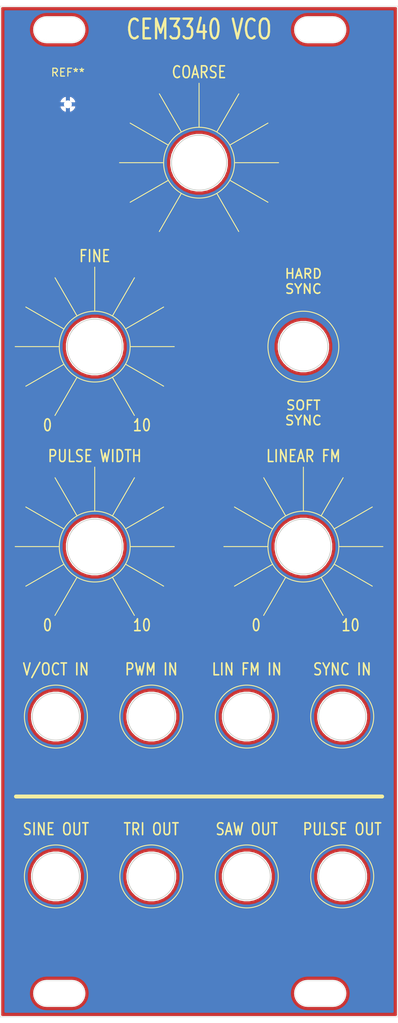
<source format=kicad_pcb>
(kicad_pcb (version 20171130) (host pcbnew "(5.1.4-0-10_14)")

  (general
    (thickness 1.6)
    (drawings 142)
    (tracks 0)
    (zones 0)
    (modules 1)
    (nets 2)
  )

  (page A4)
  (layers
    (0 F.Cu signal)
    (31 B.Cu signal)
    (32 B.Adhes user)
    (33 F.Adhes user)
    (34 B.Paste user)
    (35 F.Paste user)
    (36 B.SilkS user)
    (37 F.SilkS user)
    (38 B.Mask user)
    (39 F.Mask user)
    (40 Dwgs.User user)
    (41 Cmts.User user)
    (42 Eco1.User user)
    (43 Eco2.User user)
    (44 Edge.Cuts user)
    (45 Margin user)
    (46 B.CrtYd user)
    (47 F.CrtYd user)
    (48 B.Fab user)
    (49 F.Fab user)
  )

  (setup
    (last_trace_width 0.25)
    (user_trace_width 0.5)
    (trace_clearance 0.2)
    (zone_clearance 0.1)
    (zone_45_only no)
    (trace_min 0.2)
    (via_size 0.8)
    (via_drill 0.4)
    (via_min_size 0.4)
    (via_min_drill 0.3)
    (uvia_size 0.3)
    (uvia_drill 0.1)
    (uvias_allowed no)
    (uvia_min_size 0.2)
    (uvia_min_drill 0.1)
    (edge_width 0.05)
    (segment_width 0.2)
    (pcb_text_width 0.3)
    (pcb_text_size 1.5 1.5)
    (mod_edge_width 0.12)
    (mod_text_size 1 1)
    (mod_text_width 0.15)
    (pad_size 2.85 2.85)
    (pad_drill 1.5)
    (pad_to_mask_clearance 0)
    (solder_mask_min_width 0.25)
    (aux_axis_origin 0 0)
    (visible_elements FFFFFF7F)
    (pcbplotparams
      (layerselection 0x010fc_ffffffff)
      (usegerberextensions false)
      (usegerberattributes false)
      (usegerberadvancedattributes false)
      (creategerberjobfile false)
      (excludeedgelayer true)
      (linewidth 0.100000)
      (plotframeref false)
      (viasonmask false)
      (mode 1)
      (useauxorigin false)
      (hpglpennumber 1)
      (hpglpenspeed 20)
      (hpglpendiameter 15.000000)
      (psnegative false)
      (psa4output false)
      (plotreference true)
      (plotvalue true)
      (plotinvisibletext false)
      (padsonsilk false)
      (subtractmaskfromsilk false)
      (outputformat 1)
      (mirror false)
      (drillshape 1)
      (scaleselection 1)
      (outputdirectory ""))
  )

  (net 0 "")
  (net 1 GND)

  (net_class Default "This is the default net class."
    (clearance 0.2)
    (trace_width 0.25)
    (via_dia 0.8)
    (via_drill 0.4)
    (uvia_dia 0.3)
    (uvia_drill 0.1)
    (add_net GND)
  )

  (module digikey-footprints:CPA_1 (layer F.Cu) (tedit 5F150BDB) (tstamp 5F15138C)
    (at 63.39 41.41)
    (fp_text reference REF** (at 0 -4.545) (layer F.SilkS)
      (effects (font (size 1 1) (thickness 0.15)))
    )
    (fp_text value CPA_1 (at 0 4.545) (layer F.Fab)
      (effects (font (size 1 1) (thickness 0.15)))
    )
    (fp_circle (center 0 0) (end 0 3.87) (layer F.CrtYd) (width 0.05))
    (fp_circle (center 0 0) (end 3.62 0) (layer Dwgs.User) (width 0.12))
    (fp_circle (center 0 0) (end 0 3.5) (layer F.Fab) (width 0.1))
    (pad 1 thru_hole oval (at 0 -0.5) (size 1 1) (drill 1) (layers *.Cu *.Mask)
      (net 1 GND))
  )

  (gr_circle (center 80.05 48.33) (end 90.05 48.33) (layer Dwgs.User) (width 0.12) (tstamp 5F19028E))
  (gr_circle (center 93.3 97.13) (end 101.3 97.13) (layer Dwgs.User) (width 0.12) (tstamp 5F19028E))
  (gr_circle (center 66.8 97.13) (end 74.8 97.13) (layer Dwgs.User) (width 0.12) (tstamp 5F19028E))
  (gr_text 10 (at 99.3 107.13) (layer F.SilkS)
    (effects (font (size 1.5 1.2) (thickness 0.2)))
  )
  (gr_text 0 (at 87.3 107.13) (layer F.SilkS)
    (effects (font (size 1.5 1.2) (thickness 0.2)))
  )
  (gr_text 10 (at 72.8 81.71) (layer F.SilkS)
    (effects (font (size 1.5 1.2) (thickness 0.2)))
  )
  (gr_text 0 (at 60.8 81.71) (layer F.SilkS)
    (effects (font (size 1.5 1.2) (thickness 0.2)))
  )
  (gr_text 10 (at 72.8 107.13) (layer F.SilkS)
    (effects (font (size 1.5 1.2) (thickness 0.2)))
  )
  (gr_text 0 (at 60.8 107.13) (layer F.SilkS)
    (effects (font (size 1.5 1.2) (thickness 0.2)))
  )
  (gr_line (start 93.84 155.68) (end 97.04 155.68) (layer F.Mask) (width 0.25) (tstamp 5F151EA4))
  (gr_arc (start 97.04 153.93) (end 97.04 155.68) (angle -180) (layer F.Mask) (width 0.25) (tstamp 5F151EA3))
  (gr_arc (start 93.84 153.93) (end 93.84 152.18) (angle -180) (layer F.Mask) (width 0.25) (tstamp 5F151EA2))
  (gr_line (start 93.84 152.18) (end 97.04 152.18) (layer F.Mask) (width 0.25) (tstamp 5F151EA1))
  (gr_line (start 60.7 155.68) (end 63.9 155.68) (layer F.Mask) (width 0.25) (tstamp 5F151EA4))
  (gr_arc (start 63.9 153.93) (end 63.9 155.68) (angle -180) (layer F.Mask) (width 0.25) (tstamp 5F151EA3))
  (gr_arc (start 60.7 153.93) (end 60.7 152.18) (angle -180) (layer F.Mask) (width 0.25) (tstamp 5F151EA2))
  (gr_line (start 60.7 152.18) (end 63.9 152.18) (layer F.Mask) (width 0.25) (tstamp 5F151EA1))
  (gr_line (start 60.7 33.18) (end 63.9 33.18) (layer F.Mask) (width 0.25) (tstamp 5F151EA4))
  (gr_arc (start 63.9 31.43) (end 63.9 33.18) (angle -180) (layer F.Mask) (width 0.25) (tstamp 5F151EA3))
  (gr_arc (start 60.7 31.43) (end 60.7 29.68) (angle -180) (layer F.Mask) (width 0.25) (tstamp 5F151EA2))
  (gr_line (start 60.7 29.68) (end 63.9 29.68) (layer F.Mask) (width 0.25) (tstamp 5F151EA1))
  (gr_arc (start 97.04 31.43) (end 97.04 33.18) (angle -180) (layer F.Mask) (width 0.25) (tstamp 5F151AF2))
  (gr_arc (start 93.84 31.43) (end 93.84 29.68) (angle -180) (layer F.Mask) (width 0.25))
  (gr_line (start 93.84 29.83) (end 97.04 29.83) (layer Edge.Cuts) (width 0.05) (tstamp 5F150C27))
  (gr_arc (start 97.04 31.43) (end 97.04 33.03) (angle -180) (layer Edge.Cuts) (width 0.05) (tstamp 5F150C26))
  (gr_arc (start 93.84 31.43) (end 93.84 29.83) (angle -180) (layer Edge.Cuts) (width 0.05) (tstamp 5F150C25))
  (gr_line (start 93.84 33.03) (end 97.04 33.03) (layer Edge.Cuts) (width 0.05) (tstamp 5F150C24))
  (gr_circle (center 95.44 31.43) (end 97.04 31.43) (layer Dwgs.User) (width 0.05) (tstamp 5F150C23))
  (gr_line (start 93.84 29.68) (end 97.04 29.68) (layer F.Mask) (width 0.25) (tstamp 5F150C27))
  (gr_line (start 93.84 33.18) (end 97.04 33.18) (layer F.Mask) (width 0.25) (tstamp 5F150C24))
  (gr_line (start 60.7 29.83) (end 63.9 29.83) (layer Edge.Cuts) (width 0.05) (tstamp 5F150C27))
  (gr_arc (start 63.9 31.43) (end 63.9 33.03) (angle -180) (layer Edge.Cuts) (width 0.05) (tstamp 5F150C26))
  (gr_arc (start 60.7 31.43) (end 60.7 29.83) (angle -180) (layer Edge.Cuts) (width 0.05) (tstamp 5F150C25))
  (gr_line (start 60.7 33.03) (end 63.9 33.03) (layer Edge.Cuts) (width 0.05) (tstamp 5F150C24))
  (gr_circle (center 62.3 31.43) (end 63.9 31.43) (layer Dwgs.User) (width 0.05) (tstamp 5F150C23))
  (gr_line (start 93.84 152.33) (end 97.04 152.33) (layer Edge.Cuts) (width 0.05) (tstamp 5F150C27))
  (gr_arc (start 97.04 153.93) (end 97.04 155.53) (angle -180) (layer Edge.Cuts) (width 0.05) (tstamp 5F150C26))
  (gr_arc (start 93.84 153.93) (end 93.84 152.33) (angle -180) (layer Edge.Cuts) (width 0.05) (tstamp 5F150C25))
  (gr_line (start 93.84 155.53) (end 97.04 155.53) (layer Edge.Cuts) (width 0.05) (tstamp 5F150C24))
  (gr_circle (center 95.44 153.93) (end 97.04 153.93) (layer Dwgs.User) (width 0.05) (tstamp 5F150C23))
  (gr_arc (start 60.7 153.93) (end 60.7 152.33) (angle -180) (layer Edge.Cuts) (width 0.05) (tstamp 5F150C03))
  (gr_arc (start 63.9 153.93) (end 63.9 155.53) (angle -180) (layer Edge.Cuts) (width 0.05))
  (gr_line (start 60.7 155.53) (end 63.9 155.53) (layer Edge.Cuts) (width 0.05) (tstamp 5F150BFB))
  (gr_line (start 60.7 152.33) (end 63.9 152.33) (layer Edge.Cuts) (width 0.05))
  (gr_circle (center 66.8 71.71) (end 74.8 71.71) (layer Dwgs.User) (width 0.12))
  (gr_circle (center 93.3 71.71) (end 97.8 71.71) (layer F.SilkS) (width 0.12))
  (gr_line (start 95.55 93.23) (end 98.35 88.38) (layer F.SilkS) (width 0.12) (tstamp 5F1128E9))
  (gr_line (start 97.8 97.13) (end 103.4 97.13) (layer F.SilkS) (width 0.12) (tstamp 5F1128E8))
  (gr_line (start 89.4 99.37) (end 84.55 102.16) (layer F.SilkS) (width 0.12) (tstamp 5F1128E7))
  (gr_circle (center 93.3 97.13) (end 97.8 97.13) (layer F.SilkS) (width 0.12) (tstamp 5F1128E6))
  (gr_circle (center 93.3 97.13) (end 103.4 97.13) (layer Dwgs.User) (width 0.12) (tstamp 5F1128E5))
  (gr_line (start 97.2 99.36) (end 102.05 102.16) (layer F.SilkS) (width 0.12) (tstamp 5F1128E4))
  (gr_line (start 93.3 92.63) (end 93.3 87.03) (layer F.SilkS) (width 0.12) (tstamp 5F1128E3))
  (gr_line (start 91.05 101.03) (end 88.25 105.88) (layer F.SilkS) (width 0.12) (tstamp 5F1128E2))
  (gr_line (start 89.4 94.9) (end 84.55 92.1) (layer F.SilkS) (width 0.12) (tstamp 5F1128E1))
  (gr_line (start 91.05 93.23) (end 88.26 88.38) (layer F.SilkS) (width 0.12) (tstamp 5F1128E0))
  (gr_line (start 97.2 94.89) (end 102.05 92.1) (layer F.SilkS) (width 0.12) (tstamp 5F1128DF))
  (gr_line (start 88.8 97.13) (end 83.2 97.13) (layer F.SilkS) (width 0.12) (tstamp 5F1128DE))
  (gr_line (start 95.55 101.03) (end 98.34 105.88) (layer F.SilkS) (width 0.12) (tstamp 5F1128DD))
  (gr_line (start 69.05 93.23) (end 71.85 88.38) (layer F.SilkS) (width 0.12) (tstamp 5F1128E9))
  (gr_line (start 71.3 97.13) (end 76.9 97.13) (layer F.SilkS) (width 0.12) (tstamp 5F1128E8))
  (gr_line (start 62.9 99.37) (end 58.05 102.16) (layer F.SilkS) (width 0.12) (tstamp 5F1128E7))
  (gr_circle (center 66.8 97.13) (end 71.3 97.13) (layer F.SilkS) (width 0.12) (tstamp 5F1128E6))
  (gr_circle (center 66.8 97.13) (end 76.9 97.13) (layer Dwgs.User) (width 0.12) (tstamp 5F1128E5))
  (gr_line (start 70.7 99.36) (end 75.55 102.16) (layer F.SilkS) (width 0.12) (tstamp 5F1128E4))
  (gr_line (start 66.8 92.63) (end 66.8 87.03) (layer F.SilkS) (width 0.12) (tstamp 5F1128E3))
  (gr_line (start 64.55 101.03) (end 61.75 105.88) (layer F.SilkS) (width 0.12) (tstamp 5F1128E2))
  (gr_line (start 62.9 94.9) (end 58.05 92.1) (layer F.SilkS) (width 0.12) (tstamp 5F1128E1))
  (gr_line (start 64.55 93.23) (end 61.76 88.38) (layer F.SilkS) (width 0.12) (tstamp 5F1128E0))
  (gr_line (start 70.7 94.89) (end 75.55 92.1) (layer F.SilkS) (width 0.12) (tstamp 5F1128DF))
  (gr_line (start 62.3 97.13) (end 56.7 97.13) (layer F.SilkS) (width 0.12) (tstamp 5F1128DE))
  (gr_line (start 69.05 101.03) (end 71.84 105.88) (layer F.SilkS) (width 0.12) (tstamp 5F1128DD))
  (gr_line (start 82.3 44.43) (end 85.1 39.58) (layer F.SilkS) (width 0.12) (tstamp 5F1128E9))
  (gr_line (start 84.55 48.33) (end 90.15 48.33) (layer F.SilkS) (width 0.12) (tstamp 5F1128E8))
  (gr_line (start 76.15 50.57) (end 71.3 53.36) (layer F.SilkS) (width 0.12) (tstamp 5F1128E7))
  (gr_circle (center 80.05 48.33) (end 84.55 48.33) (layer F.SilkS) (width 0.12) (tstamp 5F1128E6))
  (gr_circle (center 80.05 48.33) (end 90.15 48.33) (layer Dwgs.User) (width 0.12) (tstamp 5F1128E5))
  (gr_line (start 83.95 50.56) (end 88.8 53.36) (layer F.SilkS) (width 0.12) (tstamp 5F1128E4))
  (gr_line (start 80.05 43.83) (end 80.05 38.23) (layer F.SilkS) (width 0.12) (tstamp 5F1128E3))
  (gr_line (start 77.8 52.23) (end 75 57.08) (layer F.SilkS) (width 0.12) (tstamp 5F1128E2))
  (gr_line (start 76.15 46.1) (end 71.3 43.3) (layer F.SilkS) (width 0.12) (tstamp 5F1128E1))
  (gr_line (start 77.8 44.43) (end 75.01 39.58) (layer F.SilkS) (width 0.12) (tstamp 5F1128E0))
  (gr_line (start 83.95 46.09) (end 88.8 43.3) (layer F.SilkS) (width 0.12) (tstamp 5F1128DF))
  (gr_line (start 75.55 48.33) (end 69.95 48.33) (layer F.SilkS) (width 0.12) (tstamp 5F1128DE))
  (gr_line (start 82.3 52.23) (end 85.09 57.08) (layer F.SilkS) (width 0.12) (tstamp 5F1128DD))
  (gr_line (start 69.05 67.81) (end 71.85 62.96) (layer F.SilkS) (width 0.12) (tstamp 5F1128E9))
  (gr_line (start 71.3 71.71) (end 76.9 71.71) (layer F.SilkS) (width 0.12) (tstamp 5F1128E8))
  (gr_line (start 62.9 73.95) (end 58.05 76.74) (layer F.SilkS) (width 0.12) (tstamp 5F1128E7))
  (gr_circle (center 66.8 71.71) (end 71.3 71.71) (layer F.SilkS) (width 0.12) (tstamp 5F1128E6))
  (gr_circle (center 66.8 71.71) (end 76.9 71.71) (layer Dwgs.User) (width 0.12) (tstamp 5F1128E5))
  (gr_line (start 70.7 73.94) (end 75.55 76.74) (layer F.SilkS) (width 0.12) (tstamp 5F1128E4))
  (gr_line (start 66.8 67.21) (end 66.8 61.61) (layer F.SilkS) (width 0.12) (tstamp 5F1128E3))
  (gr_line (start 64.55 75.61) (end 61.75 80.46) (layer F.SilkS) (width 0.12) (tstamp 5F1128E2))
  (gr_line (start 62.9 69.48) (end 58.05 66.68) (layer F.SilkS) (width 0.12) (tstamp 5F1128E1))
  (gr_line (start 64.55 67.81) (end 61.76 62.96) (layer F.SilkS) (width 0.12) (tstamp 5F1128E0))
  (gr_line (start 70.7 69.47) (end 75.55 66.68) (layer F.SilkS) (width 0.12) (tstamp 5F1128DF))
  (gr_line (start 62.3 71.71) (end 56.7 71.71) (layer F.SilkS) (width 0.12) (tstamp 5F1128DE))
  (gr_line (start 69.05 75.61) (end 71.84 80.46) (layer F.SilkS) (width 0.12) (tstamp 5F1128DD))
  (gr_circle (center 80.05 48.33) (end 83.55 48.33) (layer Edge.Cuts) (width 0.12) (tstamp 5EF4B40E))
  (gr_circle (center 98.23 139.06) (end 102.23 139.06) (layer F.SilkS) (width 0.12) (tstamp 5F1117FE))
  (gr_circle (center 86.11 139.06) (end 90.11 139.06) (layer F.SilkS) (width 0.12) (tstamp 5F1117FE))
  (gr_circle (center 73.99 139.06) (end 77.99 139.06) (layer F.SilkS) (width 0.12) (tstamp 5F1117FE))
  (gr_circle (center 61.87 139.06) (end 65.87 139.06) (layer F.SilkS) (width 0.12) (tstamp 5F1117FE))
  (gr_circle (center 98.23 118.74) (end 102.23 118.74) (layer F.SilkS) (width 0.12) (tstamp 5F1117FE))
  (gr_circle (center 86.11 118.74) (end 90.11 118.74) (layer F.SilkS) (width 0.12) (tstamp 5F1117FE))
  (gr_circle (center 73.99 118.74) (end 77.99 118.74) (layer F.SilkS) (width 0.12))
  (gr_circle (center 61.87 118.74) (end 65.87 118.74) (layer F.SilkS) (width 0.12))
  (gr_text "LINEAR FM" (at 93.3 85.63) (layer F.SilkS)
    (effects (font (size 1.5 1.2) (thickness 0.2)))
  )
  (gr_text "PULSE WIDTH" (at 66.8 85.63) (layer F.SilkS)
    (effects (font (size 1.5 1.2) (thickness 0.2)))
  )
  (gr_text FINE (at 66.8 60.21) (layer F.SilkS)
    (effects (font (size 1.5 1.2) (thickness 0.2)))
  )
  (gr_text COARSE (at 80.05 36.83) (layer F.SilkS)
    (effects (font (size 1.5 1.2) (thickness 0.2)))
  )
  (gr_line (start 56.8 128.9) (end 103.3 128.9) (layer F.SilkS) (width 0.5))
  (gr_line (start 55.57 156.96) (end 55.57 28.4) (layer F.Mask) (width 1.5) (tstamp 5F0FD274))
  (gr_line (start 104.54 156.96) (end 104.53 28.4) (layer F.Mask) (width 1.5))
  (gr_text "PULSE OUT" (at 98.23 133.06) (layer F.SilkS)
    (effects (font (size 1.5 1.2) (thickness 0.2)))
  )
  (gr_text "SAW OUT" (at 86.11 133.06) (layer F.SilkS)
    (effects (font (size 1.5 1.2) (thickness 0.2)))
  )
  (gr_text "TRI OUT" (at 73.99 133.06) (layer F.SilkS)
    (effects (font (size 1.5 1.2) (thickness 0.2)))
  )
  (gr_text "SINE OUT" (at 61.87 133.06) (layer F.SilkS)
    (effects (font (size 1.5 1.2) (thickness 0.2)))
  )
  (gr_text "SYNC IN" (at 98.23 112.74) (layer F.SilkS)
    (effects (font (size 1.5 1.2) (thickness 0.2)))
  )
  (gr_text "LIN FM IN" (at 86.11 112.74) (layer F.SilkS)
    (effects (font (size 1.5 1.2) (thickness 0.2)))
  )
  (gr_text "PWM IN" (at 73.99 112.74) (layer F.SilkS)
    (effects (font (size 1.5 1.2) (thickness 0.2)))
  )
  (gr_text "V/OCT IN" (at 61.87 112.74) (layer F.SilkS)
    (effects (font (size 1.5 1.2) (thickness 0.2)))
  )
  (gr_text "SOFT\nSYNC" (at 93.3 80.14) (layer F.SilkS)
    (effects (font (size 1.2 1.2) (thickness 0.2)))
  )
  (gr_text "HARD\nSYNC" (at 93.3 63.42) (layer F.SilkS)
    (effects (font (size 1.2 1.2) (thickness 0.2)))
  )
  (gr_text "CEM3340 VCO" (at 80.05 31.38) (layer F.SilkS)
    (effects (font (size 2.5 1.75) (thickness 0.3)))
  )
  (gr_circle (center 93.3 71.71) (end 96.4 71.71) (layer Edge.Cuts) (width 0.12) (tstamp 5EF4B414))
  (gr_circle (center 61.87 118.74) (end 64.87 118.74) (layer Edge.Cuts) (width 0.12) (tstamp 5EF4B43D))
  (gr_circle (center 73.99 118.74) (end 76.99 118.74) (layer Edge.Cuts) (width 0.12) (tstamp 5EF4B43C))
  (gr_circle (center 86.11 118.74) (end 89.11 118.74) (layer Edge.Cuts) (width 0.12) (tstamp 5EF4B43B))
  (gr_circle (center 98.23 118.74) (end 101.23 118.74) (layer Edge.Cuts) (width 0.12) (tstamp 5EF4B43A))
  (gr_circle (center 61.87 139.06) (end 64.87 139.06) (layer Edge.Cuts) (width 0.12) (tstamp 5EF4B439))
  (gr_circle (center 73.99 139.06) (end 76.99 139.06) (layer Edge.Cuts) (width 0.12) (tstamp 5EF4B438))
  (gr_circle (center 86.11 139.06) (end 89.11 139.06) (layer Edge.Cuts) (width 0.12) (tstamp 5EF4B437))
  (gr_circle (center 98.23 139.06) (end 101.23 139.06) (layer Edge.Cuts) (width 0.12) (tstamp 5EF4B436))
  (gr_circle (center 66.8 97.13) (end 70.3 97.13) (layer Edge.Cuts) (width 0.12) (tstamp 5EF59ACF))
  (gr_circle (center 93.3 97.13) (end 96.8 97.13) (layer Edge.Cuts) (width 0.12) (tstamp 5EF4B42F))
  (gr_circle (center 66.8 71.71) (end 70.3 71.71) (layer Edge.Cuts) (width 0.12) (tstamp 5EF59778))
  (gr_circle (center 62.3 153.93) (end 63.9 153.93) (layer Dwgs.User) (width 0.05) (tstamp 5EEAC06A))
  (gr_line (start 105.3 28.43) (end 105.3 156.93) (layer Edge.Cuts) (width 0.05) (tstamp 5EEABF0D))
  (gr_line (start 54.8 28.43) (end 54.8 156.93) (layer Edge.Cuts) (width 0.05) (tstamp 5EEABED3))
  (gr_line (start 54.8 156.93) (end 105.3 156.93) (layer Edge.Cuts) (width 0.05) (tstamp 5EEABED3))
  (gr_line (start 54.8 28.43) (end 105.3 28.43) (layer Edge.Cuts) (width 0.05))

  (zone (net 1) (net_name GND) (layer F.Cu) (tstamp 5F17B2AB) (hatch edge 0.508)
    (connect_pads (clearance 0.1))
    (min_thickness 0.254)
    (fill yes (arc_segments 32) (thermal_gap 0.508) (thermal_bridge_width 0.508))
    (polygon
      (pts
        (xy 54.77 28.4) (xy 105.33 28.4) (xy 105.33 156.96) (xy 54.77 156.96)
      )
    )
    (filled_polygon
      (pts
        (xy 105.048001 156.678) (xy 55.052 156.678) (xy 55.052 153.918331) (xy 58.849076 153.918331) (xy 58.849236 153.941242)
        (xy 58.849077 153.96401) (xy 58.849419 153.9675) (xy 58.849419 153.967511) (xy 58.849421 153.967521) (xy 58.882061 154.278067)
        (xy 58.886651 154.300429) (xy 58.890933 154.322875) (xy 58.89195 154.326243) (xy 58.984289 154.624543) (xy 58.993144 154.645609)
        (xy 59.001696 154.666776) (xy 59.003343 154.669873) (xy 59.003347 154.669882) (xy 59.003352 154.669889) (xy 59.151869 154.944567)
        (xy 59.164653 154.96352) (xy 59.177147 154.982613) (xy 59.179371 154.98534) (xy 59.378416 155.225944) (xy 59.394631 155.242046)
        (xy 59.410603 155.258356) (xy 59.413314 155.260599) (xy 59.655303 155.45796) (xy 59.674329 155.470601) (xy 59.693172 155.483503)
        (xy 59.696267 155.485177) (xy 59.97198 155.631777) (xy 59.993145 155.640501) (xy 60.014091 155.649478) (xy 60.017448 155.650518)
        (xy 60.017454 155.65052) (xy 60.316389 155.740773) (xy 60.338819 155.745214) (xy 60.361135 155.749957) (xy 60.364634 155.750325)
        (xy 60.675409 155.780797) (xy 60.675411 155.780797) (xy 60.687624 155.782) (xy 63.912376 155.782) (xy 63.913252 155.781914)
        (xy 63.924099 155.781838) (xy 63.935487 155.780641) (xy 63.94693 155.780641) (xy 63.950429 155.780274) (xy 64.260749 155.745466)
        (xy 64.283138 155.740707) (xy 64.305495 155.73628) (xy 64.308856 155.73524) (xy 64.606504 155.640821) (xy 64.627552 155.6318)
        (xy 64.648614 155.623119) (xy 64.6517 155.621451) (xy 64.651709 155.621447) (xy 64.651716 155.621442) (xy 64.925349 155.471011)
        (xy 64.944208 155.458098) (xy 64.963219 155.445467) (xy 64.96593 155.443225) (xy 65.205139 155.242504) (xy 65.221166 155.226138)
        (xy 65.237325 155.210091) (xy 65.239544 155.207371) (xy 65.23955 155.207365) (xy 65.239554 155.207358) (xy 65.435216 154.964006)
        (xy 65.447743 154.944862) (xy 65.460494 154.925958) (xy 65.462146 154.922852) (xy 65.606817 154.646121) (xy 65.615382 154.624923)
        (xy 65.624224 154.603889) (xy 65.625238 154.600531) (xy 65.625242 154.600521) (xy 65.625244 154.600511) (xy 65.713407 154.30096)
        (xy 65.717694 154.278486) (xy 65.722279 154.25615) (xy 65.722623 154.252649) (xy 65.750924 153.941669) (xy 65.750764 153.918758)
        (xy 65.750766 153.918331) (xy 91.989076 153.918331) (xy 91.989236 153.941242) (xy 91.989077 153.96401) (xy 91.989419 153.9675)
        (xy 91.989419 153.967511) (xy 91.989421 153.967521) (xy 92.022061 154.278067) (xy 92.026651 154.300429) (xy 92.030933 154.322875)
        (xy 92.03195 154.326243) (xy 92.124289 154.624543) (xy 92.133144 154.645609) (xy 92.141696 154.666776) (xy 92.143343 154.669873)
        (xy 92.143347 154.669882) (xy 92.143352 154.669889) (xy 92.291869 154.944567) (xy 92.304653 154.96352) (xy 92.317147 154.982613)
        (xy 92.319371 154.98534) (xy 92.518416 155.225944) (xy 92.534631 155.242046) (xy 92.550603 155.258356) (xy 92.553314 155.260599)
        (xy 92.795303 155.45796) (xy 92.814329 155.470601) (xy 92.833172 155.483503) (xy 92.836267 155.485177) (xy 93.11198 155.631777)
        (xy 93.133145 155.640501) (xy 93.154091 155.649478) (xy 93.157448 155.650518) (xy 93.157454 155.65052) (xy 93.456389 155.740773)
        (xy 93.478819 155.745214) (xy 93.501135 155.749957) (xy 93.504634 155.750325) (xy 93.815409 155.780797) (xy 93.815411 155.780797)
        (xy 93.827624 155.782) (xy 97.052376 155.782) (xy 97.053252 155.781914) (xy 97.064099 155.781838) (xy 97.075487 155.780641)
        (xy 97.08693 155.780641) (xy 97.090429 155.780274) (xy 97.400749 155.745466) (xy 97.423138 155.740707) (xy 97.445495 155.73628)
        (xy 97.448856 155.73524) (xy 97.746504 155.640821) (xy 97.767552 155.6318) (xy 97.788614 155.623119) (xy 97.7917 155.621451)
        (xy 97.791709 155.621447) (xy 97.791716 155.621442) (xy 98.065349 155.471011) (xy 98.084208 155.458098) (xy 98.103219 155.445467)
        (xy 98.10593 155.443225) (xy 98.345139 155.242504) (xy 98.361166 155.226138) (xy 98.377325 155.210091) (xy 98.379544 155.207371)
        (xy 98.37955 155.207365) (xy 98.379554 155.207358) (xy 98.575216 154.964006) (xy 98.587743 154.944862) (xy 98.600494 154.925958)
        (xy 98.602146 154.922852) (xy 98.746817 154.646121) (xy 98.755382 154.624923) (xy 98.764224 154.603889) (xy 98.765238 154.600531)
        (xy 98.765242 154.600521) (xy 98.765244 154.600511) (xy 98.853407 154.30096) (xy 98.857694 154.278486) (xy 98.862279 154.25615)
        (xy 98.862623 154.252649) (xy 98.890924 153.941669) (xy 98.890764 153.918758) (xy 98.890923 153.89599) (xy 98.890581 153.892489)
        (xy 98.857939 153.581934) (xy 98.85335 153.559579) (xy 98.849067 153.537125) (xy 98.84805 153.533757) (xy 98.755711 153.235457)
        (xy 98.746846 153.214366) (xy 98.738304 153.193225) (xy 98.736653 153.190118) (xy 98.588131 152.915434) (xy 98.575359 152.896498)
        (xy 98.562853 152.877387) (xy 98.56063 152.87466) (xy 98.361584 152.634056) (xy 98.345353 152.617937) (xy 98.329397 152.601644)
        (xy 98.326692 152.599406) (xy 98.326687 152.599401) (xy 98.326682 152.599397) (xy 98.084697 152.40204) (xy 98.065648 152.389384)
        (xy 98.046828 152.376497) (xy 98.043737 152.374825) (xy 98.043729 152.374821) (xy 97.76802 152.228223) (xy 97.746831 152.219489)
        (xy 97.725909 152.210522) (xy 97.722556 152.209483) (xy 97.72255 152.209481) (xy 97.722544 152.20948) (xy 97.42361 152.119227)
        (xy 97.401156 152.114781) (xy 97.378865 152.110043) (xy 97.375375 152.109676) (xy 97.375365 152.109674) (xy 97.375356 152.109674)
        (xy 97.064591 152.079203) (xy 97.064589 152.079203) (xy 97.052376 152.078) (xy 93.827624 152.078) (xy 93.826748 152.078086)
        (xy 93.815901 152.078162) (xy 93.804513 152.079359) (xy 93.79307 152.079359) (xy 93.789571 152.079726) (xy 93.479251 152.114534)
        (xy 93.456862 152.119293) (xy 93.434505 152.12372) (xy 93.431144 152.12476) (xy 93.133496 152.219179) (xy 93.112448 152.2282)
        (xy 93.091386 152.236881) (xy 93.0883 152.238549) (xy 93.088291 152.238553) (xy 93.088284 152.238558) (xy 92.814651 152.388989)
        (xy 92.795799 152.401897) (xy 92.776781 152.414533) (xy 92.77407 152.416775) (xy 92.534861 152.617496) (xy 92.518834 152.633862)
        (xy 92.502675 152.649909) (xy 92.500456 152.652629) (xy 92.50045 152.652635) (xy 92.500446 152.652642) (xy 92.304784 152.895995)
        (xy 92.292268 152.915121) (xy 92.279506 152.934042) (xy 92.277854 152.937148) (xy 92.133183 153.213878) (xy 92.124624 153.235062)
        (xy 92.115776 153.256111) (xy 92.114759 153.259479) (xy 92.026593 153.55904) (xy 92.022306 153.581514) (xy 92.017721 153.60385)
        (xy 92.017377 153.607351) (xy 91.989076 153.918331) (xy 65.750766 153.918331) (xy 65.750923 153.89599) (xy 65.750581 153.892489)
        (xy 65.717939 153.581934) (xy 65.71335 153.559579) (xy 65.709067 153.537125) (xy 65.70805 153.533757) (xy 65.615711 153.235457)
        (xy 65.606846 153.214366) (xy 65.598304 153.193225) (xy 65.596653 153.190118) (xy 65.448131 152.915434) (xy 65.435359 152.896498)
        (xy 65.422853 152.877387) (xy 65.42063 152.87466) (xy 65.221584 152.634056) (xy 65.205353 152.617937) (xy 65.189397 152.601644)
        (xy 65.186692 152.599406) (xy 65.186687 152.599401) (xy 65.186682 152.599397) (xy 64.944697 152.40204) (xy 64.925648 152.389384)
        (xy 64.906828 152.376497) (xy 64.903737 152.374825) (xy 64.903729 152.374821) (xy 64.62802 152.228223) (xy 64.606831 152.219489)
        (xy 64.585909 152.210522) (xy 64.582556 152.209483) (xy 64.58255 152.209481) (xy 64.582544 152.20948) (xy 64.28361 152.119227)
        (xy 64.261156 152.114781) (xy 64.238865 152.110043) (xy 64.235375 152.109676) (xy 64.235365 152.109674) (xy 64.235356 152.109674)
        (xy 63.924591 152.079203) (xy 63.924589 152.079203) (xy 63.912376 152.078) (xy 60.687624 152.078) (xy 60.686748 152.078086)
        (xy 60.675901 152.078162) (xy 60.664513 152.079359) (xy 60.65307 152.079359) (xy 60.649571 152.079726) (xy 60.339251 152.114534)
        (xy 60.316862 152.119293) (xy 60.294505 152.12372) (xy 60.291144 152.12476) (xy 59.993496 152.219179) (xy 59.972448 152.2282)
        (xy 59.951386 152.236881) (xy 59.9483 152.238549) (xy 59.948291 152.238553) (xy 59.948284 152.238558) (xy 59.674651 152.388989)
        (xy 59.655799 152.401897) (xy 59.636781 152.414533) (xy 59.63407 152.416775) (xy 59.394861 152.617496) (xy 59.378834 152.633862)
        (xy 59.362675 152.649909) (xy 59.360456 152.652629) (xy 59.36045 152.652635) (xy 59.360446 152.652642) (xy 59.164784 152.895995)
        (xy 59.152268 152.915121) (xy 59.139506 152.934042) (xy 59.137854 152.937148) (xy 58.993183 153.213878) (xy 58.984624 153.235062)
        (xy 58.975776 153.256111) (xy 58.974759 153.259479) (xy 58.886593 153.55904) (xy 58.882306 153.581514) (xy 58.877721 153.60385)
        (xy 58.877377 153.607351) (xy 58.849076 153.918331) (xy 55.052 153.918331) (xy 55.052 138.735857) (xy 58.578924 138.735857)
        (xy 58.578924 139.384143) (xy 58.705398 140.019971) (xy 58.953486 140.618909) (xy 59.313654 141.157939) (xy 59.772061 141.616346)
        (xy 60.311091 141.976514) (xy 60.910029 142.224602) (xy 61.545857 142.351076) (xy 62.194143 142.351076) (xy 62.829971 142.224602)
        (xy 63.428909 141.976514) (xy 63.967939 141.616346) (xy 64.426346 141.157939) (xy 64.786514 140.618909) (xy 65.034602 140.019971)
        (xy 65.161076 139.384143) (xy 65.161076 138.735857) (xy 70.698924 138.735857) (xy 70.698924 139.384143) (xy 70.825398 140.019971)
        (xy 71.073486 140.618909) (xy 71.433654 141.157939) (xy 71.892061 141.616346) (xy 72.431091 141.976514) (xy 73.030029 142.224602)
        (xy 73.665857 142.351076) (xy 74.314143 142.351076) (xy 74.949971 142.224602) (xy 75.548909 141.976514) (xy 76.087939 141.616346)
        (xy 76.546346 141.157939) (xy 76.906514 140.618909) (xy 77.154602 140.019971) (xy 77.281076 139.384143) (xy 77.281076 138.735857)
        (xy 82.818924 138.735857) (xy 82.818924 139.384143) (xy 82.945398 140.019971) (xy 83.193486 140.618909) (xy 83.553654 141.157939)
        (xy 84.012061 141.616346) (xy 84.551091 141.976514) (xy 85.150029 142.224602) (xy 85.785857 142.351076) (xy 86.434143 142.351076)
        (xy 87.069971 142.224602) (xy 87.668909 141.976514) (xy 88.207939 141.616346) (xy 88.666346 141.157939) (xy 89.026514 140.618909)
        (xy 89.274602 140.019971) (xy 89.401076 139.384143) (xy 89.401076 138.735857) (xy 94.938924 138.735857) (xy 94.938924 139.384143)
        (xy 95.065398 140.019971) (xy 95.313486 140.618909) (xy 95.673654 141.157939) (xy 96.132061 141.616346) (xy 96.671091 141.976514)
        (xy 97.270029 142.224602) (xy 97.905857 142.351076) (xy 98.554143 142.351076) (xy 99.189971 142.224602) (xy 99.788909 141.976514)
        (xy 100.327939 141.616346) (xy 100.786346 141.157939) (xy 101.146514 140.618909) (xy 101.394602 140.019971) (xy 101.521076 139.384143)
        (xy 101.521076 138.735857) (xy 101.394602 138.100029) (xy 101.146514 137.501091) (xy 100.786346 136.962061) (xy 100.327939 136.503654)
        (xy 99.788909 136.143486) (xy 99.189971 135.895398) (xy 98.554143 135.768924) (xy 97.905857 135.768924) (xy 97.270029 135.895398)
        (xy 96.671091 136.143486) (xy 96.132061 136.503654) (xy 95.673654 136.962061) (xy 95.313486 137.501091) (xy 95.065398 138.100029)
        (xy 94.938924 138.735857) (xy 89.401076 138.735857) (xy 89.274602 138.100029) (xy 89.026514 137.501091) (xy 88.666346 136.962061)
        (xy 88.207939 136.503654) (xy 87.668909 136.143486) (xy 87.069971 135.895398) (xy 86.434143 135.768924) (xy 85.785857 135.768924)
        (xy 85.150029 135.895398) (xy 84.551091 136.143486) (xy 84.012061 136.503654) (xy 83.553654 136.962061) (xy 83.193486 137.501091)
        (xy 82.945398 138.100029) (xy 82.818924 138.735857) (xy 77.281076 138.735857) (xy 77.154602 138.100029) (xy 76.906514 137.501091)
        (xy 76.546346 136.962061) (xy 76.087939 136.503654) (xy 75.548909 136.143486) (xy 74.949971 135.895398) (xy 74.314143 135.768924)
        (xy 73.665857 135.768924) (xy 73.030029 135.895398) (xy 72.431091 136.143486) (xy 71.892061 136.503654) (xy 71.433654 136.962061)
        (xy 71.073486 137.501091) (xy 70.825398 138.100029) (xy 70.698924 138.735857) (xy 65.161076 138.735857) (xy 65.034602 138.100029)
        (xy 64.786514 137.501091) (xy 64.426346 136.962061) (xy 63.967939 136.503654) (xy 63.428909 136.143486) (xy 62.829971 135.895398)
        (xy 62.194143 135.768924) (xy 61.545857 135.768924) (xy 60.910029 135.895398) (xy 60.311091 136.143486) (xy 59.772061 136.503654)
        (xy 59.313654 136.962061) (xy 58.953486 137.501091) (xy 58.705398 138.100029) (xy 58.578924 138.735857) (xy 55.052 138.735857)
        (xy 55.052 118.415857) (xy 58.578924 118.415857) (xy 58.578924 119.064143) (xy 58.705398 119.699971) (xy 58.953486 120.298909)
        (xy 59.313654 120.837939) (xy 59.772061 121.296346) (xy 60.311091 121.656514) (xy 60.910029 121.904602) (xy 61.545857 122.031076)
        (xy 62.194143 122.031076) (xy 62.829971 121.904602) (xy 63.428909 121.656514) (xy 63.967939 121.296346) (xy 64.426346 120.837939)
        (xy 64.786514 120.298909) (xy 65.034602 119.699971) (xy 65.161076 119.064143) (xy 65.161076 118.415857) (xy 70.698924 118.415857)
        (xy 70.698924 119.064143) (xy 70.825398 119.699971) (xy 71.073486 120.298909) (xy 71.433654 120.837939) (xy 71.892061 121.296346)
        (xy 72.431091 121.656514) (xy 73.030029 121.904602) (xy 73.665857 122.031076) (xy 74.314143 122.031076) (xy 74.949971 121.904602)
        (xy 75.548909 121.656514) (xy 76.087939 121.296346) (xy 76.546346 120.837939) (xy 76.906514 120.298909) (xy 77.154602 119.699971)
        (xy 77.281076 119.064143) (xy 77.281076 118.415857) (xy 82.818924 118.415857) (xy 82.818924 119.064143) (xy 82.945398 119.699971)
        (xy 83.193486 120.298909) (xy 83.553654 120.837939) (xy 84.012061 121.296346) (xy 84.551091 121.656514) (xy 85.150029 121.904602)
        (xy 85.785857 122.031076) (xy 86.434143 122.031076) (xy 87.069971 121.904602) (xy 87.668909 121.656514) (xy 88.207939 121.296346)
        (xy 88.666346 120.837939) (xy 89.026514 120.298909) (xy 89.274602 119.699971) (xy 89.401076 119.064143) (xy 89.401076 118.415857)
        (xy 94.938924 118.415857) (xy 94.938924 119.064143) (xy 95.065398 119.699971) (xy 95.313486 120.298909) (xy 95.673654 120.837939)
        (xy 96.132061 121.296346) (xy 96.671091 121.656514) (xy 97.270029 121.904602) (xy 97.905857 122.031076) (xy 98.554143 122.031076)
        (xy 99.189971 121.904602) (xy 99.788909 121.656514) (xy 100.327939 121.296346) (xy 100.786346 120.837939) (xy 101.146514 120.298909)
        (xy 101.394602 119.699971) (xy 101.521076 119.064143) (xy 101.521076 118.415857) (xy 101.394602 117.780029) (xy 101.146514 117.181091)
        (xy 100.786346 116.642061) (xy 100.327939 116.183654) (xy 99.788909 115.823486) (xy 99.189971 115.575398) (xy 98.554143 115.448924)
        (xy 97.905857 115.448924) (xy 97.270029 115.575398) (xy 96.671091 115.823486) (xy 96.132061 116.183654) (xy 95.673654 116.642061)
        (xy 95.313486 117.181091) (xy 95.065398 117.780029) (xy 94.938924 118.415857) (xy 89.401076 118.415857) (xy 89.274602 117.780029)
        (xy 89.026514 117.181091) (xy 88.666346 116.642061) (xy 88.207939 116.183654) (xy 87.668909 115.823486) (xy 87.069971 115.575398)
        (xy 86.434143 115.448924) (xy 85.785857 115.448924) (xy 85.150029 115.575398) (xy 84.551091 115.823486) (xy 84.012061 116.183654)
        (xy 83.553654 116.642061) (xy 83.193486 117.181091) (xy 82.945398 117.780029) (xy 82.818924 118.415857) (xy 77.281076 118.415857)
        (xy 77.154602 117.780029) (xy 76.906514 117.181091) (xy 76.546346 116.642061) (xy 76.087939 116.183654) (xy 75.548909 115.823486)
        (xy 74.949971 115.575398) (xy 74.314143 115.448924) (xy 73.665857 115.448924) (xy 73.030029 115.575398) (xy 72.431091 115.823486)
        (xy 71.892061 116.183654) (xy 71.433654 116.642061) (xy 71.073486 117.181091) (xy 70.825398 117.780029) (xy 70.698924 118.415857)
        (xy 65.161076 118.415857) (xy 65.034602 117.780029) (xy 64.786514 117.181091) (xy 64.426346 116.642061) (xy 63.967939 116.183654)
        (xy 63.428909 115.823486) (xy 62.829971 115.575398) (xy 62.194143 115.448924) (xy 61.545857 115.448924) (xy 60.910029 115.575398)
        (xy 60.311091 115.823486) (xy 59.772061 116.183654) (xy 59.313654 116.642061) (xy 58.953486 117.181091) (xy 58.705398 117.780029)
        (xy 58.578924 118.415857) (xy 55.052 118.415857) (xy 55.052 96.756849) (xy 63.011332 96.756849) (xy 63.011332 97.503151)
        (xy 63.156928 98.235114) (xy 63.442526 98.924607) (xy 63.857149 99.545135) (xy 64.384865 100.072851) (xy 65.005393 100.487474)
        (xy 65.694886 100.773072) (xy 66.426849 100.918668) (xy 67.173151 100.918668) (xy 67.905114 100.773072) (xy 68.594607 100.487474)
        (xy 69.215135 100.072851) (xy 69.742851 99.545135) (xy 70.157474 98.924607) (xy 70.443072 98.235114) (xy 70.588668 97.503151)
        (xy 70.588668 96.756849) (xy 89.511332 96.756849) (xy 89.511332 97.503151) (xy 89.656928 98.235114) (xy 89.942526 98.924607)
        (xy 90.357149 99.545135) (xy 90.884865 100.072851) (xy 91.505393 100.487474) (xy 92.194886 100.773072) (xy 92.926849 100.918668)
        (xy 93.673151 100.918668) (xy 94.405114 100.773072) (xy 95.094607 100.487474) (xy 95.715135 100.072851) (xy 96.242851 99.545135)
        (xy 96.657474 98.924607) (xy 96.943072 98.235114) (xy 97.088668 97.503151) (xy 97.088668 96.756849) (xy 96.943072 96.024886)
        (xy 96.657474 95.335393) (xy 96.242851 94.714865) (xy 95.715135 94.187149) (xy 95.094607 93.772526) (xy 94.405114 93.486928)
        (xy 93.673151 93.341332) (xy 92.926849 93.341332) (xy 92.194886 93.486928) (xy 91.505393 93.772526) (xy 90.884865 94.187149)
        (xy 90.357149 94.714865) (xy 89.942526 95.335393) (xy 89.656928 96.024886) (xy 89.511332 96.756849) (xy 70.588668 96.756849)
        (xy 70.443072 96.024886) (xy 70.157474 95.335393) (xy 69.742851 94.714865) (xy 69.215135 94.187149) (xy 68.594607 93.772526)
        (xy 67.905114 93.486928) (xy 67.173151 93.341332) (xy 66.426849 93.341332) (xy 65.694886 93.486928) (xy 65.005393 93.772526)
        (xy 64.384865 94.187149) (xy 63.857149 94.714865) (xy 63.442526 95.335393) (xy 63.156928 96.024886) (xy 63.011332 96.756849)
        (xy 55.052 96.756849) (xy 55.052 71.336849) (xy 63.011332 71.336849) (xy 63.011332 72.083151) (xy 63.156928 72.815114)
        (xy 63.442526 73.504607) (xy 63.857149 74.125135) (xy 64.384865 74.652851) (xy 65.005393 75.067474) (xy 65.694886 75.353072)
        (xy 66.426849 75.498668) (xy 67.173151 75.498668) (xy 67.905114 75.353072) (xy 68.594607 75.067474) (xy 69.215135 74.652851)
        (xy 69.742851 74.125135) (xy 70.157474 73.504607) (xy 70.443072 72.815114) (xy 70.588668 72.083151) (xy 70.588668 71.376056)
        (xy 89.909406 71.376056) (xy 89.909406 72.043944) (xy 90.039704 72.699) (xy 90.295294 73.316049) (xy 90.666353 73.871378)
        (xy 91.138622 74.343647) (xy 91.693951 74.714706) (xy 92.311 74.970296) (xy 92.966056 75.100594) (xy 93.633944 75.100594)
        (xy 94.289 74.970296) (xy 94.906049 74.714706) (xy 95.461378 74.343647) (xy 95.933647 73.871378) (xy 96.304706 73.316049)
        (xy 96.560296 72.699) (xy 96.690594 72.043944) (xy 96.690594 71.376056) (xy 96.560296 70.721) (xy 96.304706 70.103951)
        (xy 95.933647 69.548622) (xy 95.461378 69.076353) (xy 94.906049 68.705294) (xy 94.289 68.449704) (xy 93.633944 68.319406)
        (xy 92.966056 68.319406) (xy 92.311 68.449704) (xy 91.693951 68.705294) (xy 91.138622 69.076353) (xy 90.666353 69.548622)
        (xy 90.295294 70.103951) (xy 90.039704 70.721) (xy 89.909406 71.376056) (xy 70.588668 71.376056) (xy 70.588668 71.336849)
        (xy 70.443072 70.604886) (xy 70.157474 69.915393) (xy 69.742851 69.294865) (xy 69.215135 68.767149) (xy 68.594607 68.352526)
        (xy 67.905114 68.066928) (xy 67.173151 67.921332) (xy 66.426849 67.921332) (xy 65.694886 68.066928) (xy 65.005393 68.352526)
        (xy 64.384865 68.767149) (xy 63.857149 69.294865) (xy 63.442526 69.915393) (xy 63.156928 70.604886) (xy 63.011332 71.336849)
        (xy 55.052 71.336849) (xy 55.052 47.956849) (xy 76.261332 47.956849) (xy 76.261332 48.703151) (xy 76.406928 49.435114)
        (xy 76.692526 50.124607) (xy 77.107149 50.745135) (xy 77.634865 51.272851) (xy 78.255393 51.687474) (xy 78.944886 51.973072)
        (xy 79.676849 52.118668) (xy 80.423151 52.118668) (xy 81.155114 51.973072) (xy 81.844607 51.687474) (xy 82.465135 51.272851)
        (xy 82.992851 50.745135) (xy 83.407474 50.124607) (xy 83.693072 49.435114) (xy 83.838668 48.703151) (xy 83.838668 47.956849)
        (xy 83.693072 47.224886) (xy 83.407474 46.535393) (xy 82.992851 45.914865) (xy 82.465135 45.387149) (xy 81.844607 44.972526)
        (xy 81.155114 44.686928) (xy 80.423151 44.541332) (xy 79.676849 44.541332) (xy 78.944886 44.686928) (xy 78.255393 44.972526)
        (xy 77.634865 45.387149) (xy 77.107149 45.914865) (xy 76.692526 46.535393) (xy 76.406928 47.224886) (xy 76.261332 47.956849)
        (xy 55.052 47.956849) (xy 55.052 41.211874) (xy 62.295881 41.211874) (xy 62.312554 41.266864) (xy 62.402877 41.470206)
        (xy 62.531135 41.65202) (xy 62.692399 41.805318) (xy 62.880471 41.92421) (xy 63.088124 42.004126) (xy 63.263 41.879129)
        (xy 63.263 41.037) (xy 63.517 41.037) (xy 63.517 41.879129) (xy 63.691876 42.004126) (xy 63.899529 41.92421)
        (xy 64.087601 41.805318) (xy 64.248865 41.65202) (xy 64.377123 41.470206) (xy 64.467446 41.266864) (xy 64.484119 41.211874)
        (xy 64.357954 41.037) (xy 63.517 41.037) (xy 63.263 41.037) (xy 62.422046 41.037) (xy 62.295881 41.211874)
        (xy 55.052 41.211874) (xy 55.052 40.608126) (xy 62.295881 40.608126) (xy 62.422046 40.783) (xy 63.263 40.783)
        (xy 63.263 39.940871) (xy 63.517 39.940871) (xy 63.517 40.783) (xy 64.357954 40.783) (xy 64.484119 40.608126)
        (xy 64.467446 40.553136) (xy 64.377123 40.349794) (xy 64.248865 40.16798) (xy 64.087601 40.014682) (xy 63.899529 39.89579)
        (xy 63.691876 39.815874) (xy 63.517 39.940871) (xy 63.263 39.940871) (xy 63.088124 39.815874) (xy 62.880471 39.89579)
        (xy 62.692399 40.014682) (xy 62.531135 40.16798) (xy 62.402877 40.349794) (xy 62.312554 40.553136) (xy 62.295881 40.608126)
        (xy 55.052 40.608126) (xy 55.052 31.418331) (xy 58.849076 31.418331) (xy 58.849236 31.441242) (xy 58.849077 31.46401)
        (xy 58.849419 31.4675) (xy 58.849419 31.467511) (xy 58.849421 31.467521) (xy 58.882061 31.778067) (xy 58.886651 31.800429)
        (xy 58.890933 31.822875) (xy 58.89195 31.826243) (xy 58.984289 32.124543) (xy 58.993144 32.145609) (xy 59.001696 32.166776)
        (xy 59.003343 32.169873) (xy 59.003347 32.169882) (xy 59.003352 32.169889) (xy 59.151869 32.444567) (xy 59.164653 32.46352)
        (xy 59.177147 32.482613) (xy 59.179371 32.48534) (xy 59.378416 32.725944) (xy 59.394631 32.742046) (xy 59.410603 32.758356)
        (xy 59.413314 32.760599) (xy 59.655303 32.95796) (xy 59.674329 32.970601) (xy 59.693172 32.983503) (xy 59.696267 32.985177)
        (xy 59.97198 33.131777) (xy 59.993145 33.140501) (xy 60.014091 33.149478) (xy 60.017448 33.150518) (xy 60.017454 33.15052)
        (xy 60.316389 33.240773) (xy 60.338819 33.245214) (xy 60.361135 33.249957) (xy 60.364634 33.250325) (xy 60.675409 33.280797)
        (xy 60.675411 33.280797) (xy 60.687624 33.282) (xy 63.912376 33.282) (xy 63.913252 33.281914) (xy 63.924099 33.281838)
        (xy 63.935487 33.280641) (xy 63.94693 33.280641) (xy 63.950429 33.280274) (xy 64.260749 33.245466) (xy 64.283138 33.240707)
        (xy 64.305495 33.23628) (xy 64.308856 33.23524) (xy 64.606504 33.140821) (xy 64.627552 33.1318) (xy 64.648614 33.123119)
        (xy 64.6517 33.121451) (xy 64.651709 33.121447) (xy 64.651716 33.121442) (xy 64.925349 32.971011) (xy 64.944208 32.958098)
        (xy 64.963219 32.945467) (xy 64.96593 32.943225) (xy 65.205139 32.742504) (xy 65.221166 32.726138) (xy 65.237325 32.710091)
        (xy 65.239544 32.707371) (xy 65.23955 32.707365) (xy 65.239554 32.707358) (xy 65.435216 32.464006) (xy 65.447743 32.444862)
        (xy 65.460494 32.425958) (xy 65.462146 32.422852) (xy 65.606817 32.146121) (xy 65.615382 32.124923) (xy 65.624224 32.103889)
        (xy 65.625238 32.100531) (xy 65.625242 32.100521) (xy 65.625244 32.100511) (xy 65.713407 31.80096) (xy 65.717694 31.778486)
        (xy 65.722279 31.75615) (xy 65.722623 31.752649) (xy 65.750924 31.441669) (xy 65.750764 31.418758) (xy 65.750766 31.418331)
        (xy 91.989076 31.418331) (xy 91.989236 31.441242) (xy 91.989077 31.46401) (xy 91.989419 31.4675) (xy 91.989419 31.467511)
        (xy 91.989421 31.467521) (xy 92.022061 31.778067) (xy 92.026651 31.800429) (xy 92.030933 31.822875) (xy 92.03195 31.826243)
        (xy 92.124289 32.124543) (xy 92.133144 32.145609) (xy 92.141696 32.166776) (xy 92.143343 32.169873) (xy 92.143347 32.169882)
        (xy 92.143352 32.169889) (xy 92.291869 32.444567) (xy 92.304653 32.46352) (xy 92.317147 32.482613) (xy 92.319371 32.48534)
        (xy 92.518416 32.725944) (xy 92.534631 32.742046) (xy 92.550603 32.758356) (xy 92.553314 32.760599) (xy 92.795303 32.95796)
        (xy 92.814329 32.970601) (xy 92.833172 32.983503) (xy 92.836267 32.985177) (xy 93.11198 33.131777) (xy 93.133145 33.140501)
        (xy 93.154091 33.149478) (xy 93.157448 33.150518) (xy 93.157454 33.15052) (xy 93.456389 33.240773) (xy 93.478819 33.245214)
        (xy 93.501135 33.249957) (xy 93.504634 33.250325) (xy 93.815409 33.280797) (xy 93.815411 33.280797) (xy 93.827624 33.282)
        (xy 97.052376 33.282) (xy 97.053252 33.281914) (xy 97.064099 33.281838) (xy 97.075487 33.280641) (xy 97.08693 33.280641)
        (xy 97.090429 33.280274) (xy 97.400749 33.245466) (xy 97.423138 33.240707) (xy 97.445495 33.23628) (xy 97.448856 33.23524)
        (xy 97.746504 33.140821) (xy 97.767552 33.1318) (xy 97.788614 33.123119) (xy 97.7917 33.121451) (xy 97.791709 33.121447)
        (xy 97.791716 33.121442) (xy 98.065349 32.971011) (xy 98.084208 32.958098) (xy 98.103219 32.945467) (xy 98.10593 32.943225)
        (xy 98.345139 32.742504) (xy 98.361166 32.726138) (xy 98.377325 32.710091) (xy 98.379544 32.707371) (xy 98.37955 32.707365)
        (xy 98.379554 32.707358) (xy 98.575216 32.464006) (xy 98.587743 32.444862) (xy 98.600494 32.425958) (xy 98.602146 32.422852)
        (xy 98.746817 32.146121) (xy 98.755382 32.124923) (xy 98.764224 32.103889) (xy 98.765238 32.100531) (xy 98.765242 32.100521)
        (xy 98.765244 32.100511) (xy 98.853407 31.80096) (xy 98.857694 31.778486) (xy 98.862279 31.75615) (xy 98.862623 31.752649)
        (xy 98.890924 31.441669) (xy 98.890764 31.418758) (xy 98.890923 31.39599) (xy 98.890581 31.392489) (xy 98.857939 31.081934)
        (xy 98.85335 31.059579) (xy 98.849067 31.037125) (xy 98.84805 31.033757) (xy 98.755711 30.735457) (xy 98.746846 30.714366)
        (xy 98.738304 30.693225) (xy 98.736653 30.690118) (xy 98.588131 30.415434) (xy 98.575359 30.396498) (xy 98.562853 30.377387)
        (xy 98.56063 30.37466) (xy 98.361584 30.134056) (xy 98.345353 30.117937) (xy 98.329397 30.101644) (xy 98.326692 30.099406)
        (xy 98.326687 30.099401) (xy 98.326682 30.099397) (xy 98.084697 29.90204) (xy 98.065648 29.889384) (xy 98.046828 29.876497)
        (xy 98.043737 29.874825) (xy 98.043729 29.874821) (xy 97.76802 29.728223) (xy 97.746831 29.719489) (xy 97.725909 29.710522)
        (xy 97.722556 29.709483) (xy 97.72255 29.709481) (xy 97.722544 29.70948) (xy 97.42361 29.619227) (xy 97.401156 29.614781)
        (xy 97.378865 29.610043) (xy 97.375375 29.609676) (xy 97.375365 29.609674) (xy 97.375356 29.609674) (xy 97.064591 29.579203)
        (xy 97.064589 29.579203) (xy 97.052376 29.578) (xy 93.827624 29.578) (xy 93.826748 29.578086) (xy 93.815901 29.578162)
        (xy 93.804513 29.579359) (xy 93.79307 29.579359) (xy 93.789571 29.579726) (xy 93.479251 29.614534) (xy 93.456862 29.619293)
        (xy 93.434505 29.62372) (xy 93.431144 29.62476) (xy 93.133496 29.719179) (xy 93.112448 29.7282) (xy 93.091386 29.736881)
        (xy 93.0883 29.738549) (xy 93.088291 29.738553) (xy 93.088284 29.738558) (xy 92.814651 29.888989) (xy 92.795799 29.901897)
        (xy 92.776781 29.914533) (xy 92.77407 29.916775) (xy 92.534861 30.117496) (xy 92.518834 30.133862) (xy 92.502675 30.149909)
        (xy 92.500456 30.152629) (xy 92.50045 30.152635) (xy 92.500446 30.152642) (xy 92.304784 30.395995) (xy 92.292268 30.415121)
        (xy 92.279506 30.434042) (xy 92.277854 30.437148) (xy 92.133183 30.713878) (xy 92.124624 30.735062) (xy 92.115776 30.756111)
        (xy 92.114759 30.759479) (xy 92.026593 31.05904) (xy 92.022306 31.081514) (xy 92.017721 31.10385) (xy 92.017377 31.107351)
        (xy 91.989076 31.418331) (xy 65.750766 31.418331) (xy 65.750923 31.39599) (xy 65.750581 31.392489) (xy 65.717939 31.081934)
        (xy 65.71335 31.059579) (xy 65.709067 31.037125) (xy 65.70805 31.033757) (xy 65.615711 30.735457) (xy 65.606846 30.714366)
        (xy 65.598304 30.693225) (xy 65.596653 30.690118) (xy 65.448131 30.415434) (xy 65.435359 30.396498) (xy 65.422853 30.377387)
        (xy 65.42063 30.37466) (xy 65.221584 30.134056) (xy 65.205353 30.117937) (xy 65.189397 30.101644) (xy 65.186692 30.099406)
        (xy 65.186687 30.099401) (xy 65.186682 30.099397) (xy 64.944697 29.90204) (xy 64.925648 29.889384) (xy 64.906828 29.876497)
        (xy 64.903737 29.874825) (xy 64.903729 29.874821) (xy 64.62802 29.728223) (xy 64.606831 29.719489) (xy 64.585909 29.710522)
        (xy 64.582556 29.709483) (xy 64.58255 29.709481) (xy 64.582544 29.70948) (xy 64.28361 29.619227) (xy 64.261156 29.614781)
        (xy 64.238865 29.610043) (xy 64.235375 29.609676) (xy 64.235365 29.609674) (xy 64.235356 29.609674) (xy 63.924591 29.579203)
        (xy 63.924589 29.579203) (xy 63.912376 29.578) (xy 60.687624 29.578) (xy 60.686748 29.578086) (xy 60.675901 29.578162)
        (xy 60.664513 29.579359) (xy 60.65307 29.579359) (xy 60.649571 29.579726) (xy 60.339251 29.614534) (xy 60.316862 29.619293)
        (xy 60.294505 29.62372) (xy 60.291144 29.62476) (xy 59.993496 29.719179) (xy 59.972448 29.7282) (xy 59.951386 29.736881)
        (xy 59.9483 29.738549) (xy 59.948291 29.738553) (xy 59.948284 29.738558) (xy 59.674651 29.888989) (xy 59.655799 29.901897)
        (xy 59.636781 29.914533) (xy 59.63407 29.916775) (xy 59.394861 30.117496) (xy 59.378834 30.133862) (xy 59.362675 30.149909)
        (xy 59.360456 30.152629) (xy 59.36045 30.152635) (xy 59.360446 30.152642) (xy 59.164784 30.395995) (xy 59.152268 30.415121)
        (xy 59.139506 30.434042) (xy 59.137854 30.437148) (xy 58.993183 30.713878) (xy 58.984624 30.735062) (xy 58.975776 30.756111)
        (xy 58.974759 30.759479) (xy 58.886593 31.05904) (xy 58.882306 31.081514) (xy 58.877721 31.10385) (xy 58.877377 31.107351)
        (xy 58.849076 31.418331) (xy 55.052 31.418331) (xy 55.052 28.682) (xy 105.048 28.682)
      )
    )
  )
  (zone (net 1) (net_name GND) (layer B.Cu) (tstamp 5F17B2A8) (hatch edge 0.508)
    (connect_pads (clearance 0.508))
    (min_thickness 0.254)
    (fill yes (arc_segments 32) (thermal_gap 0.508) (thermal_bridge_width 0.508))
    (polygon
      (pts
        (xy 54.77 28.4) (xy 105.33 28.4) (xy 105.33 156.96) (xy 54.77 156.96)
      )
    )
    (filled_polygon
      (pts
        (xy 104.640001 156.27) (xy 55.46 156.27) (xy 55.46 153.881353) (xy 58.442755 153.881353) (xy 58.443173 153.941171)
        (xy 58.442755 154.000988) (xy 58.443655 154.01016) (xy 58.476296 154.320715) (xy 58.48832 154.379291) (xy 58.499532 154.43807)
        (xy 58.502196 154.446892) (xy 58.594535 154.745192) (xy 58.617715 154.800335) (xy 58.640124 154.8558) (xy 58.644451 154.863937)
        (xy 58.792972 155.138621) (xy 58.826417 155.188205) (xy 58.859177 155.238268) (xy 58.865001 155.245409) (xy 59.064047 155.486013)
        (xy 59.106482 155.528154) (xy 59.148346 155.570903) (xy 59.155446 155.576777) (xy 59.397435 155.774138) (xy 59.447259 155.807241)
        (xy 59.496615 155.841036) (xy 59.504721 155.845419) (xy 59.780435 155.992019) (xy 59.835704 156.014799) (xy 59.890724 156.038381)
        (xy 59.899527 156.041105) (xy 60.198465 156.131359) (xy 60.257138 156.142976) (xy 60.315655 156.155415) (xy 60.32482 156.156378)
        (xy 60.635594 156.18685) (xy 60.635598 156.18685) (xy 60.667581 156.19) (xy 63.932419 156.19) (xy 63.965986 156.186694)
        (xy 63.986744 156.186694) (xy 63.995909 156.185731) (xy 64.306228 156.150923) (xy 64.364731 156.138487) (xy 64.423419 156.126867)
        (xy 64.432222 156.124142) (xy 64.72987 156.029723) (xy 64.784792 156.006183) (xy 64.840159 155.983363) (xy 64.848265 155.978979)
        (xy 65.121904 155.828544) (xy 65.171217 155.794779) (xy 65.221088 155.761645) (xy 65.228188 155.75577) (xy 65.467397 155.555049)
        (xy 65.509241 155.51232) (xy 65.551694 155.470162) (xy 65.557519 155.46302) (xy 65.753185 155.21966) (xy 65.785938 155.169608)
        (xy 65.819391 155.120013) (xy 65.823714 155.111881) (xy 65.823717 155.111877) (xy 65.823719 155.111873) (xy 65.968388 154.835146)
        (xy 65.990785 154.779711) (xy 66.013978 154.724539) (xy 66.016641 154.715717) (xy 66.104807 154.416156) (xy 66.116007 154.35744)
        (xy 66.128045 154.298798) (xy 66.128944 154.289627) (xy 66.157245 153.978647) (xy 66.156827 153.918829) (xy 66.157088 153.881353)
        (xy 91.582755 153.881353) (xy 91.583173 153.941171) (xy 91.582755 154.000988) (xy 91.583655 154.01016) (xy 91.616296 154.320715)
        (xy 91.62832 154.379291) (xy 91.639532 154.43807) (xy 91.642196 154.446892) (xy 91.734535 154.745192) (xy 91.757715 154.800335)
        (xy 91.780124 154.8558) (xy 91.784451 154.863937) (xy 91.932972 155.138621) (xy 91.966417 155.188205) (xy 91.999177 155.238268)
        (xy 92.005001 155.245409) (xy 92.204047 155.486013) (xy 92.246482 155.528154) (xy 92.288346 155.570903) (xy 92.295446 155.576777)
        (xy 92.537435 155.774138) (xy 92.587259 155.807241) (xy 92.636615 155.841036) (xy 92.644721 155.845419) (xy 92.920435 155.992019)
        (xy 92.975704 156.014799) (xy 93.030724 156.038381) (xy 93.039527 156.041105) (xy 93.338465 156.131359) (xy 93.397138 156.142976)
        (xy 93.455655 156.155415) (xy 93.46482 156.156378) (xy 93.775594 156.18685) (xy 93.775598 156.18685) (xy 93.807581 156.19)
        (xy 97.072419 156.19) (xy 97.105986 156.186694) (xy 97.126744 156.186694) (xy 97.135909 156.185731) (xy 97.446228 156.150923)
        (xy 97.504731 156.138487) (xy 97.563419 156.126867) (xy 97.572222 156.124142) (xy 97.86987 156.029723) (xy 97.924792 156.006183)
        (xy 97.980159 155.983363) (xy 97.988265 155.978979) (xy 98.261904 155.828544) (xy 98.311217 155.794779) (xy 98.361088 155.761645)
        (xy 98.368188 155.75577) (xy 98.607397 155.555049) (xy 98.649241 155.51232) (xy 98.691694 155.470162) (xy 98.697519 155.46302)
        (xy 98.893185 155.21966) (xy 98.925938 155.169608) (xy 98.959391 155.120013) (xy 98.963714 155.111881) (xy 98.963717 155.111877)
        (xy 98.963719 155.111873) (xy 99.108388 154.835146) (xy 99.130785 154.779711) (xy 99.153978 154.724539) (xy 99.156641 154.715717)
        (xy 99.244807 154.416156) (xy 99.256007 154.35744) (xy 99.268045 154.298798) (xy 99.268944 154.289627) (xy 99.297245 153.978647)
        (xy 99.296827 153.918829) (xy 99.297245 153.859012) (xy 99.296345 153.849841) (xy 99.263704 153.539285) (xy 99.25168 153.480709)
        (xy 99.240468 153.42193) (xy 99.237804 153.413108) (xy 99.145465 153.114808) (xy 99.12228 153.059653) (xy 99.099876 153.0042)
        (xy 99.095549 152.996064) (xy 99.095549 152.996063) (xy 99.095546 152.996059) (xy 98.947028 152.721379) (xy 98.913583 152.671795)
        (xy 98.880823 152.621732) (xy 98.874999 152.614591) (xy 98.675954 152.373987) (xy 98.633535 152.331863) (xy 98.591655 152.289097)
        (xy 98.584554 152.283223) (xy 98.342565 152.085862) (xy 98.292741 152.052759) (xy 98.243385 152.018964) (xy 98.235279 152.014581)
        (xy 97.959566 151.867981) (xy 97.904269 151.845189) (xy 97.849275 151.821619) (xy 97.840472 151.818895) (xy 97.541535 151.728641)
        (xy 97.482862 151.717024) (xy 97.424345 151.704585) (xy 97.41518 151.703622) (xy 97.104405 151.67315) (xy 97.104402 151.67315)
        (xy 97.072419 151.67) (xy 93.807581 151.67) (xy 93.774014 151.673306) (xy 93.753256 151.673306) (xy 93.744091 151.674269)
        (xy 93.433771 151.709077) (xy 93.375298 151.721506) (xy 93.316581 151.733132) (xy 93.307778 151.735858) (xy 93.01013 151.830277)
        (xy 92.955147 151.853843) (xy 92.899841 151.876638) (xy 92.891735 151.881021) (xy 92.618095 152.031456) (xy 92.568748 152.065245)
        (xy 92.518913 152.098355) (xy 92.511812 152.104229) (xy 92.272603 152.304951) (xy 92.230759 152.347681) (xy 92.188305 152.389839)
        (xy 92.182481 152.39698) (xy 91.986814 152.64034) (xy 91.954055 152.6904) (xy 91.920609 152.739986) (xy 91.916283 152.748123)
        (xy 91.771612 153.024854) (xy 91.749215 153.080289) (xy 91.726022 153.135461) (xy 91.723359 153.144283) (xy 91.635193 153.443844)
        (xy 91.623993 153.50256) (xy 91.611955 153.561202) (xy 91.611056 153.570373) (xy 91.582755 153.881353) (xy 66.157088 153.881353)
        (xy 66.157245 153.859012) (xy 66.156345 153.849841) (xy 66.123704 153.539285) (xy 66.11168 153.480709) (xy 66.100468 153.42193)
        (xy 66.097804 153.413108) (xy 66.005465 153.114808) (xy 65.98228 153.059653) (xy 65.959876 153.0042) (xy 65.955549 152.996064)
        (xy 65.955549 152.996063) (xy 65.955546 152.996059) (xy 65.807028 152.721379) (xy 65.773583 152.671795) (xy 65.740823 152.621732)
        (xy 65.734999 152.614591) (xy 65.535954 152.373987) (xy 65.493535 152.331863) (xy 65.451655 152.289097) (xy 65.444554 152.283223)
        (xy 65.202565 152.085862) (xy 65.152741 152.052759) (xy 65.103385 152.018964) (xy 65.095279 152.014581) (xy 64.819566 151.867981)
        (xy 64.764269 151.845189) (xy 64.709275 151.821619) (xy 64.700472 151.818895) (xy 64.401535 151.728641) (xy 64.342862 151.717024)
        (xy 64.284345 151.704585) (xy 64.27518 151.703622) (xy 63.964405 151.67315) (xy 63.964402 151.67315) (xy 63.932419 151.67)
        (xy 60.667581 151.67) (xy 60.634014 151.673306) (xy 60.613256 151.673306) (xy 60.604091 151.674269) (xy 60.293771 151.709077)
        (xy 60.235298 151.721506) (xy 60.176581 151.733132) (xy 60.167778 151.735858) (xy 59.87013 151.830277) (xy 59.815147 151.853843)
        (xy 59.759841 151.876638) (xy 59.751735 151.881021) (xy 59.478095 152.031456) (xy 59.428748 152.065245) (xy 59.378913 152.098355)
        (xy 59.371812 152.104229) (xy 59.132603 152.304951) (xy 59.090759 152.347681) (xy 59.048305 152.389839) (xy 59.042481 152.39698)
        (xy 58.846814 152.64034) (xy 58.814055 152.6904) (xy 58.780609 152.739986) (xy 58.776283 152.748123) (xy 58.631612 153.024854)
        (xy 58.609215 153.080289) (xy 58.586022 153.135461) (xy 58.583359 153.144283) (xy 58.495193 153.443844) (xy 58.483993 153.50256)
        (xy 58.471955 153.561202) (xy 58.471056 153.570373) (xy 58.442755 153.881353) (xy 55.46 153.881353) (xy 55.46 138.695866)
        (xy 58.172889 138.695866) (xy 58.172889 139.424134) (xy 58.314967 140.138408) (xy 58.593663 140.811239) (xy 58.998266 141.416771)
        (xy 59.513229 141.931734) (xy 60.118761 142.336337) (xy 60.791592 142.615033) (xy 61.505866 142.757111) (xy 62.234134 142.757111)
        (xy 62.948408 142.615033) (xy 63.621239 142.336337) (xy 64.226771 141.931734) (xy 64.741734 141.416771) (xy 65.146337 140.811239)
        (xy 65.425033 140.138408) (xy 65.567111 139.424134) (xy 65.567111 138.695866) (xy 70.292889 138.695866) (xy 70.292889 139.424134)
        (xy 70.434967 140.138408) (xy 70.713663 140.811239) (xy 71.118266 141.416771) (xy 71.633229 141.931734) (xy 72.238761 142.336337)
        (xy 72.911592 142.615033) (xy 73.625866 142.757111) (xy 74.354134 142.757111) (xy 75.068408 142.615033) (xy 75.741239 142.336337)
        (xy 76.346771 141.931734) (xy 76.861734 141.416771) (xy 77.266337 140.811239) (xy 77.545033 140.138408) (xy 77.687111 139.424134)
        (xy 77.687111 138.695866) (xy 82.412889 138.695866) (xy 82.412889 139.424134) (xy 82.554967 140.138408) (xy 82.833663 140.811239)
        (xy 83.238266 141.416771) (xy 83.753229 141.931734) (xy 84.358761 142.336337) (xy 85.031592 142.615033) (xy 85.745866 142.757111)
        (xy 86.474134 142.757111) (xy 87.188408 142.615033) (xy 87.861239 142.336337) (xy 88.466771 141.931734) (xy 88.981734 141.416771)
        (xy 89.386337 140.811239) (xy 89.665033 140.138408) (xy 89.807111 139.424134) (xy 89.807111 138.695866) (xy 94.532889 138.695866)
        (xy 94.532889 139.424134) (xy 94.674967 140.138408) (xy 94.953663 140.811239) (xy 95.358266 141.416771) (xy 95.873229 141.931734)
        (xy 96.478761 142.336337) (xy 97.151592 142.615033) (xy 97.865866 142.757111) (xy 98.594134 142.757111) (xy 99.308408 142.615033)
        (xy 99.981239 142.336337) (xy 100.586771 141.931734) (xy 101.101734 141.416771) (xy 101.506337 140.811239) (xy 101.785033 140.138408)
        (xy 101.927111 139.424134) (xy 101.927111 138.695866) (xy 101.785033 137.981592) (xy 101.506337 137.308761) (xy 101.101734 136.703229)
        (xy 100.586771 136.188266) (xy 99.981239 135.783663) (xy 99.308408 135.504967) (xy 98.594134 135.362889) (xy 97.865866 135.362889)
        (xy 97.151592 135.504967) (xy 96.478761 135.783663) (xy 95.873229 136.188266) (xy 95.358266 136.703229) (xy 94.953663 137.308761)
        (xy 94.674967 137.981592) (xy 94.532889 138.695866) (xy 89.807111 138.695866) (xy 89.665033 137.981592) (xy 89.386337 137.308761)
        (xy 88.981734 136.703229) (xy 88.466771 136.188266) (xy 87.861239 135.783663) (xy 87.188408 135.504967) (xy 86.474134 135.362889)
        (xy 85.745866 135.362889) (xy 85.031592 135.504967) (xy 84.358761 135.783663) (xy 83.753229 136.188266) (xy 83.238266 136.703229)
        (xy 82.833663 137.308761) (xy 82.554967 137.981592) (xy 82.412889 138.695866) (xy 77.687111 138.695866) (xy 77.545033 137.981592)
        (xy 77.266337 137.308761) (xy 76.861734 136.703229) (xy 76.346771 136.188266) (xy 75.741239 135.783663) (xy 75.068408 135.504967)
        (xy 74.354134 135.362889) (xy 73.625866 135.362889) (xy 72.911592 135.504967) (xy 72.238761 135.783663) (xy 71.633229 136.188266)
        (xy 71.118266 136.703229) (xy 70.713663 137.308761) (xy 70.434967 137.981592) (xy 70.292889 138.695866) (xy 65.567111 138.695866)
        (xy 65.425033 137.981592) (xy 65.146337 137.308761) (xy 64.741734 136.703229) (xy 64.226771 136.188266) (xy 63.621239 135.783663)
        (xy 62.948408 135.504967) (xy 62.234134 135.362889) (xy 61.505866 135.362889) (xy 60.791592 135.504967) (xy 60.118761 135.783663)
        (xy 59.513229 136.188266) (xy 58.998266 136.703229) (xy 58.593663 137.308761) (xy 58.314967 137.981592) (xy 58.172889 138.695866)
        (xy 55.46 138.695866) (xy 55.46 118.375866) (xy 58.172889 118.375866) (xy 58.172889 119.104134) (xy 58.314967 119.818408)
        (xy 58.593663 120.491239) (xy 58.998266 121.096771) (xy 59.513229 121.611734) (xy 60.118761 122.016337) (xy 60.791592 122.295033)
        (xy 61.505866 122.437111) (xy 62.234134 122.437111) (xy 62.948408 122.295033) (xy 63.621239 122.016337) (xy 64.226771 121.611734)
        (xy 64.741734 121.096771) (xy 65.146337 120.491239) (xy 65.425033 119.818408) (xy 65.567111 119.104134) (xy 65.567111 118.375866)
        (xy 70.292889 118.375866) (xy 70.292889 119.104134) (xy 70.434967 119.818408) (xy 70.713663 120.491239) (xy 71.118266 121.096771)
        (xy 71.633229 121.611734) (xy 72.238761 122.016337) (xy 72.911592 122.295033) (xy 73.625866 122.437111) (xy 74.354134 122.437111)
        (xy 75.068408 122.295033) (xy 75.741239 122.016337) (xy 76.346771 121.611734) (xy 76.861734 121.096771) (xy 77.266337 120.491239)
        (xy 77.545033 119.818408) (xy 77.687111 119.104134) (xy 77.687111 118.375866) (xy 82.412889 118.375866) (xy 82.412889 119.104134)
        (xy 82.554967 119.818408) (xy 82.833663 120.491239) (xy 83.238266 121.096771) (xy 83.753229 121.611734) (xy 84.358761 122.016337)
        (xy 85.031592 122.295033) (xy 85.745866 122.437111) (xy 86.474134 122.437111) (xy 87.188408 122.295033) (xy 87.861239 122.016337)
        (xy 88.466771 121.611734) (xy 88.981734 121.096771) (xy 89.386337 120.491239) (xy 89.665033 119.818408) (xy 89.807111 119.104134)
        (xy 89.807111 118.375866) (xy 94.532889 118.375866) (xy 94.532889 119.104134) (xy 94.674967 119.818408) (xy 94.953663 120.491239)
        (xy 95.358266 121.096771) (xy 95.873229 121.611734) (xy 96.478761 122.016337) (xy 97.151592 122.295033) (xy 97.865866 122.437111)
        (xy 98.594134 122.437111) (xy 99.308408 122.295033) (xy 99.981239 122.016337) (xy 100.586771 121.611734) (xy 101.101734 121.096771)
        (xy 101.506337 120.491239) (xy 101.785033 119.818408) (xy 101.927111 119.104134) (xy 101.927111 118.375866) (xy 101.785033 117.661592)
        (xy 101.506337 116.988761) (xy 101.101734 116.383229) (xy 100.586771 115.868266) (xy 99.981239 115.463663) (xy 99.308408 115.184967)
        (xy 98.594134 115.042889) (xy 97.865866 115.042889) (xy 97.151592 115.184967) (xy 96.478761 115.463663) (xy 95.873229 115.868266)
        (xy 95.358266 116.383229) (xy 94.953663 116.988761) (xy 94.674967 117.661592) (xy 94.532889 118.375866) (xy 89.807111 118.375866)
        (xy 89.665033 117.661592) (xy 89.386337 116.988761) (xy 88.981734 116.383229) (xy 88.466771 115.868266) (xy 87.861239 115.463663)
        (xy 87.188408 115.184967) (xy 86.474134 115.042889) (xy 85.745866 115.042889) (xy 85.031592 115.184967) (xy 84.358761 115.463663)
        (xy 83.753229 115.868266) (xy 83.238266 116.383229) (xy 82.833663 116.988761) (xy 82.554967 117.661592) (xy 82.412889 118.375866)
        (xy 77.687111 118.375866) (xy 77.545033 117.661592) (xy 77.266337 116.988761) (xy 76.861734 116.383229) (xy 76.346771 115.868266)
        (xy 75.741239 115.463663) (xy 75.068408 115.184967) (xy 74.354134 115.042889) (xy 73.625866 115.042889) (xy 72.911592 115.184967)
        (xy 72.238761 115.463663) (xy 71.633229 115.868266) (xy 71.118266 116.383229) (xy 70.713663 116.988761) (xy 70.434967 117.661592)
        (xy 70.292889 118.375866) (xy 65.567111 118.375866) (xy 65.425033 117.661592) (xy 65.146337 116.988761) (xy 64.741734 116.383229)
        (xy 64.226771 115.868266) (xy 63.621239 115.463663) (xy 62.948408 115.184967) (xy 62.234134 115.042889) (xy 61.505866 115.042889)
        (xy 60.791592 115.184967) (xy 60.118761 115.463663) (xy 59.513229 115.868266) (xy 58.998266 116.383229) (xy 58.593663 116.988761)
        (xy 58.314967 117.661592) (xy 58.172889 118.375866) (xy 55.46 118.375866) (xy 55.46 96.716858) (xy 62.605296 96.716858)
        (xy 62.605296 97.543142) (xy 62.766496 98.35355) (xy 63.082702 99.116937) (xy 63.541761 99.803968) (xy 64.126032 100.388239)
        (xy 64.813063 100.847298) (xy 65.57645 101.163504) (xy 66.386858 101.324704) (xy 67.213142 101.324704) (xy 68.02355 101.163504)
        (xy 68.786937 100.847298) (xy 69.473968 100.388239) (xy 70.058239 99.803968) (xy 70.517298 99.116937) (xy 70.833504 98.35355)
        (xy 70.994704 97.543142) (xy 70.994704 96.716858) (xy 89.105296 96.716858) (xy 89.105296 97.543142) (xy 89.266496 98.35355)
        (xy 89.582702 99.116937) (xy 90.041761 99.803968) (xy 90.626032 100.388239) (xy 91.313063 100.847298) (xy 92.07645 101.163504)
        (xy 92.886858 101.324704) (xy 93.713142 101.324704) (xy 94.52355 101.163504) (xy 95.286937 100.847298) (xy 95.973968 100.388239)
        (xy 96.558239 99.803968) (xy 97.017298 99.116937) (xy 97.333504 98.35355) (xy 97.494704 97.543142) (xy 97.494704 96.716858)
        (xy 97.333504 95.90645) (xy 97.017298 95.143063) (xy 96.558239 94.456032) (xy 95.973968 93.871761) (xy 95.286937 93.412702)
        (xy 94.52355 93.096496) (xy 93.713142 92.935296) (xy 92.886858 92.935296) (xy 92.07645 93.096496) (xy 91.313063 93.412702)
        (xy 90.626032 93.871761) (xy 90.041761 94.456032) (xy 89.582702 95.143063) (xy 89.266496 95.90645) (xy 89.105296 96.716858)
        (xy 70.994704 96.716858) (xy 70.833504 95.90645) (xy 70.517298 95.143063) (xy 70.058239 94.456032) (xy 69.473968 93.871761)
        (xy 68.786937 93.412702) (xy 68.02355 93.096496) (xy 67.213142 92.935296) (xy 66.386858 92.935296) (xy 65.57645 93.096496)
        (xy 64.813063 93.412702) (xy 64.126032 93.871761) (xy 63.541761 94.456032) (xy 63.082702 95.143063) (xy 62.766496 95.90645)
        (xy 62.605296 96.716858) (xy 55.46 96.716858) (xy 55.46 71.296858) (xy 62.605296 71.296858) (xy 62.605296 72.123142)
        (xy 62.766496 72.93355) (xy 63.082702 73.696937) (xy 63.541761 74.383968) (xy 64.126032 74.968239) (xy 64.813063 75.427298)
        (xy 65.57645 75.743504) (xy 66.386858 75.904704) (xy 67.213142 75.904704) (xy 68.02355 75.743504) (xy 68.786937 75.427298)
        (xy 69.473968 74.968239) (xy 70.058239 74.383968) (xy 70.517298 73.696937) (xy 70.833504 72.93355) (xy 70.994704 72.123142)
        (xy 70.994704 71.336065) (xy 89.50337 71.336065) (xy 89.50337 72.083935) (xy 89.649273 72.817436) (xy 89.93547 73.508379)
        (xy 90.350965 74.13021) (xy 90.87979 74.659035) (xy 91.501621 75.07453) (xy 92.192564 75.360727) (xy 92.926065 75.50663)
        (xy 93.673935 75.50663) (xy 94.407436 75.360727) (xy 95.098379 75.07453) (xy 95.72021 74.659035) (xy 96.249035 74.13021)
        (xy 96.66453 73.508379) (xy 96.950727 72.817436) (xy 97.09663 72.083935) (xy 97.09663 71.336065) (xy 96.950727 70.602564)
        (xy 96.66453 69.911621) (xy 96.249035 69.28979) (xy 95.72021 68.760965) (xy 95.098379 68.34547) (xy 94.407436 68.059273)
        (xy 93.673935 67.91337) (xy 92.926065 67.91337) (xy 92.192564 68.059273) (xy 91.501621 68.34547) (xy 90.87979 68.760965)
        (xy 90.350965 69.28979) (xy 89.93547 69.911621) (xy 89.649273 70.602564) (xy 89.50337 71.336065) (xy 70.994704 71.336065)
        (xy 70.994704 71.296858) (xy 70.833504 70.48645) (xy 70.517298 69.723063) (xy 70.058239 69.036032) (xy 69.473968 68.451761)
        (xy 68.786937 67.992702) (xy 68.02355 67.676496) (xy 67.213142 67.515296) (xy 66.386858 67.515296) (xy 65.57645 67.676496)
        (xy 64.813063 67.992702) (xy 64.126032 68.451761) (xy 63.541761 69.036032) (xy 63.082702 69.723063) (xy 62.766496 70.48645)
        (xy 62.605296 71.296858) (xy 55.46 71.296858) (xy 55.46 47.916858) (xy 75.855296 47.916858) (xy 75.855296 48.743142)
        (xy 76.016496 49.55355) (xy 76.332702 50.316937) (xy 76.791761 51.003968) (xy 77.376032 51.588239) (xy 78.063063 52.047298)
        (xy 78.82645 52.363504) (xy 79.636858 52.524704) (xy 80.463142 52.524704) (xy 81.27355 52.363504) (xy 82.036937 52.047298)
        (xy 82.723968 51.588239) (xy 83.308239 51.003968) (xy 83.767298 50.316937) (xy 84.083504 49.55355) (xy 84.244704 48.743142)
        (xy 84.244704 47.916858) (xy 84.083504 47.10645) (xy 83.767298 46.343063) (xy 83.308239 45.656032) (xy 82.723968 45.071761)
        (xy 82.036937 44.612702) (xy 81.27355 44.296496) (xy 80.463142 44.135296) (xy 79.636858 44.135296) (xy 78.82645 44.296496)
        (xy 78.063063 44.612702) (xy 77.376032 45.071761) (xy 76.791761 45.656032) (xy 76.332702 46.343063) (xy 76.016496 47.10645)
        (xy 75.855296 47.916858) (xy 55.46 47.916858) (xy 55.46 41.211874) (xy 62.295881 41.211874) (xy 62.312554 41.266864)
        (xy 62.402877 41.470206) (xy 62.531135 41.65202) (xy 62.692399 41.805318) (xy 62.880471 41.92421) (xy 63.088124 42.004126)
        (xy 63.263 41.879129) (xy 63.263 41.037) (xy 63.517 41.037) (xy 63.517 41.879129) (xy 63.691876 42.004126)
        (xy 63.899529 41.92421) (xy 64.087601 41.805318) (xy 64.248865 41.65202) (xy 64.377123 41.470206) (xy 64.467446 41.266864)
        (xy 64.484119 41.211874) (xy 64.357954 41.037) (xy 63.517 41.037) (xy 63.263 41.037) (xy 62.422046 41.037)
        (xy 62.295881 41.211874) (xy 55.46 41.211874) (xy 55.46 40.608126) (xy 62.295881 40.608126) (xy 62.422046 40.783)
        (xy 63.263 40.783) (xy 63.263 39.940871) (xy 63.517 39.940871) (xy 63.517 40.783) (xy 64.357954 40.783)
        (xy 64.484119 40.608126) (xy 64.467446 40.553136) (xy 64.377123 40.349794) (xy 64.248865 40.16798) (xy 64.087601 40.014682)
        (xy 63.899529 39.89579) (xy 63.691876 39.815874) (xy 63.517 39.940871) (xy 63.263 39.940871) (xy 63.088124 39.815874)
        (xy 62.880471 39.89579) (xy 62.692399 40.014682) (xy 62.531135 40.16798) (xy 62.402877 40.349794) (xy 62.312554 40.553136)
        (xy 62.295881 40.608126) (xy 55.46 40.608126) (xy 55.46 31.381353) (xy 58.442755 31.381353) (xy 58.443173 31.441171)
        (xy 58.442755 31.500988) (xy 58.443655 31.51016) (xy 58.476296 31.820715) (xy 58.48832 31.879291) (xy 58.499532 31.93807)
        (xy 58.502196 31.946892) (xy 58.594535 32.245192) (xy 58.617715 32.300335) (xy 58.640124 32.3558) (xy 58.644451 32.363937)
        (xy 58.792972 32.638621) (xy 58.826417 32.688205) (xy 58.859177 32.738268) (xy 58.865001 32.745409) (xy 59.064047 32.986013)
        (xy 59.106482 33.028154) (xy 59.148346 33.070903) (xy 59.155446 33.076777) (xy 59.397435 33.274138) (xy 59.447259 33.307241)
        (xy 59.496615 33.341036) (xy 59.504721 33.345419) (xy 59.780435 33.492019) (xy 59.835704 33.514799) (xy 59.890724 33.538381)
        (xy 59.899527 33.541105) (xy 60.198465 33.631359) (xy 60.257138 33.642976) (xy 60.315655 33.655415) (xy 60.32482 33.656378)
        (xy 60.635594 33.68685) (xy 60.635598 33.68685) (xy 60.667581 33.69) (xy 63.932419 33.69) (xy 63.965986 33.686694)
        (xy 63.986744 33.686694) (xy 63.995909 33.685731) (xy 64.306228 33.650923) (xy 64.364731 33.638487) (xy 64.423419 33.626867)
        (xy 64.432222 33.624142) (xy 64.72987 33.529723) (xy 64.784792 33.506183) (xy 64.840159 33.483363) (xy 64.848265 33.478979)
        (xy 65.121904 33.328544) (xy 65.171217 33.294779) (xy 65.221088 33.261645) (xy 65.228188 33.25577) (xy 65.467397 33.055049)
        (xy 65.509241 33.01232) (xy 65.551694 32.970162) (xy 65.557519 32.96302) (xy 65.753185 32.71966) (xy 65.785938 32.669608)
        (xy 65.819391 32.620013) (xy 65.823714 32.611881) (xy 65.823717 32.611877) (xy 65.823719 32.611873) (xy 65.968388 32.335146)
        (xy 65.990785 32.279711) (xy 66.013978 32.224539) (xy 66.016641 32.215717) (xy 66.104807 31.916156) (xy 66.116007 31.85744)
        (xy 66.128045 31.798798) (xy 66.128944 31.789627) (xy 66.157245 31.478647) (xy 66.156827 31.418829) (xy 66.157088 31.381353)
        (xy 91.582755 31.381353) (xy 91.583173 31.441171) (xy 91.582755 31.500988) (xy 91.583655 31.51016) (xy 91.616296 31.820715)
        (xy 91.62832 31.879291) (xy 91.639532 31.93807) (xy 91.642196 31.946892) (xy 91.734535 32.245192) (xy 91.757715 32.300335)
        (xy 91.780124 32.3558) (xy 91.784451 32.363937) (xy 91.932972 32.638621) (xy 91.966417 32.688205) (xy 91.999177 32.738268)
        (xy 92.005001 32.745409) (xy 92.204047 32.986013) (xy 92.246482 33.028154) (xy 92.288346 33.070903) (xy 92.295446 33.076777)
        (xy 92.537435 33.274138) (xy 92.587259 33.307241) (xy 92.636615 33.341036) (xy 92.644721 33.345419) (xy 92.920435 33.492019)
        (xy 92.975704 33.514799) (xy 93.030724 33.538381) (xy 93.039527 33.541105) (xy 93.338465 33.631359) (xy 93.397138 33.642976)
        (xy 93.455655 33.655415) (xy 93.46482 33.656378) (xy 93.775594 33.68685) (xy 93.775598 33.68685) (xy 93.807581 33.69)
        (xy 97.072419 33.69) (xy 97.105986 33.686694) (xy 97.126744 33.686694) (xy 97.135909 33.685731) (xy 97.446228 33.650923)
        (xy 97.504731 33.638487) (xy 97.563419 33.626867) (xy 97.572222 33.624142) (xy 97.86987 33.529723) (xy 97.924792 33.506183)
        (xy 97.980159 33.483363) (xy 97.988265 33.478979) (xy 98.261904 33.328544) (xy 98.311217 33.294779) (xy 98.361088 33.261645)
        (xy 98.368188 33.25577) (xy 98.607397 33.055049) (xy 98.649241 33.01232) (xy 98.691694 32.970162) (xy 98.697519 32.96302)
        (xy 98.893185 32.71966) (xy 98.925938 32.669608) (xy 98.959391 32.620013) (xy 98.963714 32.611881) (xy 98.963717 32.611877)
        (xy 98.963719 32.611873) (xy 99.108388 32.335146) (xy 99.130785 32.279711) (xy 99.153978 32.224539) (xy 99.156641 32.215717)
        (xy 99.244807 31.916156) (xy 99.256007 31.85744) (xy 99.268045 31.798798) (xy 99.268944 31.789627) (xy 99.297245 31.478647)
        (xy 99.296827 31.41883) (xy 99.297245 31.359012) (xy 99.296345 31.349841) (xy 99.263704 31.039285) (xy 99.25168 30.980709)
        (xy 99.240468 30.92193) (xy 99.237804 30.913108) (xy 99.145465 30.614808) (xy 99.12228 30.559653) (xy 99.099876 30.5042)
        (xy 99.095549 30.496064) (xy 99.095549 30.496063) (xy 99.095546 30.496059) (xy 98.947028 30.221379) (xy 98.913583 30.171795)
        (xy 98.880823 30.121732) (xy 98.874999 30.114591) (xy 98.675954 29.873987) (xy 98.633535 29.831863) (xy 98.591655 29.789097)
        (xy 98.584554 29.783223) (xy 98.342565 29.585862) (xy 98.292741 29.552759) (xy 98.243385 29.518964) (xy 98.235279 29.514581)
        (xy 97.959566 29.367981) (xy 97.904269 29.345189) (xy 97.849275 29.321619) (xy 97.840472 29.318895) (xy 97.541535 29.228641)
        (xy 97.482862 29.217024) (xy 97.424345 29.204585) (xy 97.41518 29.203622) (xy 97.104405 29.17315) (xy 97.104402 29.17315)
        (xy 97.072419 29.17) (xy 93.807581 29.17) (xy 93.774014 29.173306) (xy 93.753256 29.173306) (xy 93.744091 29.174269)
        (xy 93.433771 29.209077) (xy 93.375298 29.221506) (xy 93.316581 29.233132) (xy 93.307778 29.235858) (xy 93.01013 29.330277)
        (xy 92.955147 29.353843) (xy 92.899841 29.376638) (xy 92.891735 29.381021) (xy 92.618095 29.531456) (xy 92.568748 29.565245)
        (xy 92.518913 29.598355) (xy 92.511812 29.604229) (xy 92.272603 29.804951) (xy 92.230759 29.847681) (xy 92.188305 29.889839)
        (xy 92.182481 29.89698) (xy 91.986814 30.14034) (xy 91.954055 30.1904) (xy 91.920609 30.239986) (xy 91.916283 30.248123)
        (xy 91.771612 30.524854) (xy 91.749215 30.580289) (xy 91.726022 30.635461) (xy 91.723359 30.644283) (xy 91.635193 30.943844)
        (xy 91.623993 31.00256) (xy 91.611955 31.061202) (xy 91.611056 31.070373) (xy 91.582755 31.381353) (xy 66.157088 31.381353)
        (xy 66.157245 31.359012) (xy 66.156345 31.349841) (xy 66.123704 31.039285) (xy 66.11168 30.980709) (xy 66.100468 30.92193)
        (xy 66.097804 30.913108) (xy 66.005465 30.614808) (xy 65.98228 30.559653) (xy 65.959876 30.5042) (xy 65.955549 30.496064)
        (xy 65.955549 30.496063) (xy 65.955546 30.496059) (xy 65.807028 30.221379) (xy 65.773583 30.171795) (xy 65.740823 30.121732)
        (xy 65.734999 30.114591) (xy 65.535954 29.873987) (xy 65.493535 29.831863) (xy 65.451655 29.789097) (xy 65.444554 29.783223)
        (xy 65.202565 29.585862) (xy 65.152741 29.552759) (xy 65.103385 29.518964) (xy 65.095279 29.514581) (xy 64.819566 29.367981)
        (xy 64.764269 29.345189) (xy 64.709275 29.321619) (xy 64.700472 29.318895) (xy 64.401535 29.228641) (xy 64.342862 29.217024)
        (xy 64.284345 29.204585) (xy 64.27518 29.203622) (xy 63.964405 29.17315) (xy 63.964402 29.17315) (xy 63.932419 29.17)
        (xy 60.667581 29.17) (xy 60.634014 29.173306) (xy 60.613256 29.173306) (xy 60.604091 29.174269) (xy 60.293771 29.209077)
        (xy 60.235298 29.221506) (xy 60.176581 29.233132) (xy 60.167778 29.235858) (xy 59.87013 29.330277) (xy 59.815147 29.353843)
        (xy 59.759841 29.376638) (xy 59.751735 29.381021) (xy 59.478095 29.531456) (xy 59.428748 29.565245) (xy 59.378913 29.598355)
        (xy 59.371812 29.604229) (xy 59.132603 29.804951) (xy 59.090759 29.847681) (xy 59.048305 29.889839) (xy 59.042481 29.89698)
        (xy 58.846814 30.14034) (xy 58.814055 30.1904) (xy 58.780609 30.239986) (xy 58.776283 30.248123) (xy 58.631612 30.524854)
        (xy 58.609215 30.580289) (xy 58.586022 30.635461) (xy 58.583359 30.644283) (xy 58.495193 30.943844) (xy 58.483993 31.00256)
        (xy 58.471955 31.061202) (xy 58.471056 31.070373) (xy 58.442755 31.381353) (xy 55.46 31.381353) (xy 55.46 29.09)
        (xy 104.64 29.09)
      )
    )
  )
)

</source>
